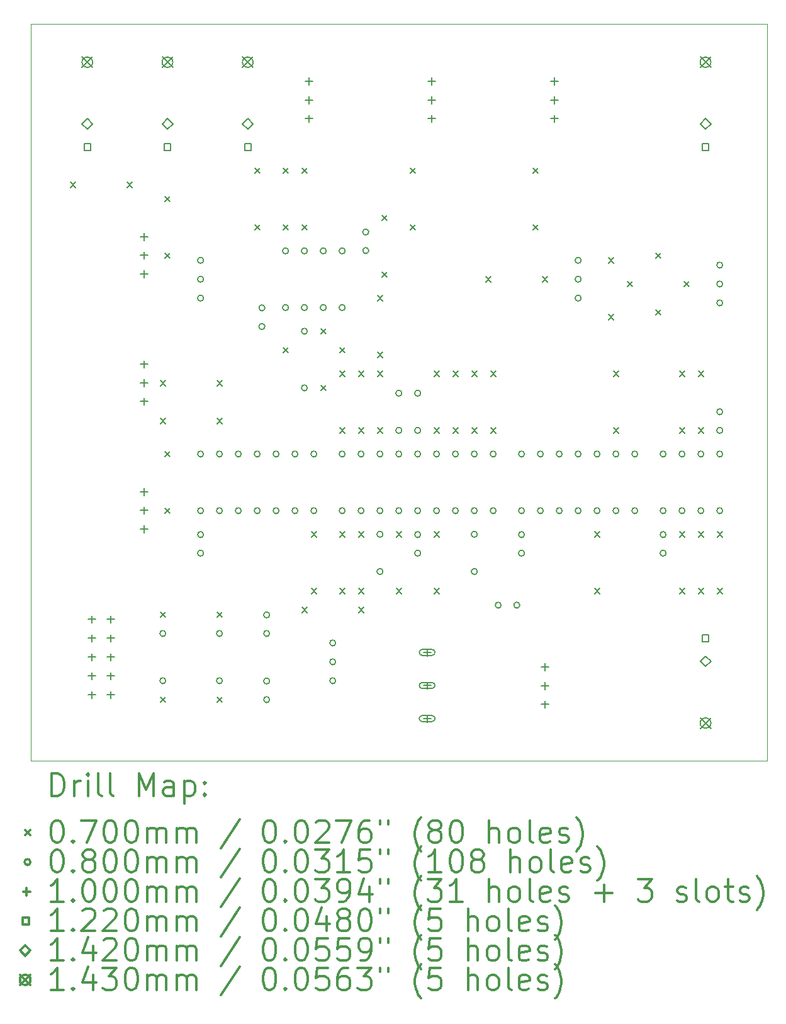
<source format=gbr>
%FSLAX45Y45*%
G04 Gerber Fmt 4.5, Leading zero omitted, Abs format (unit mm)*
G04 Created by KiCad (PCBNEW 5.1.12-1.fc34) date 2022-01-17 20:57:30*
%MOMM*%
%LPD*%
G01*
G04 APERTURE LIST*
%TA.AperFunction,Profile*%
%ADD10C,0.050000*%
%TD*%
%ADD11C,0.200000*%
%ADD12C,0.300000*%
G04 APERTURE END LIST*
D10*
X3810000Y-14351000D02*
X3810000Y-4445000D01*
X13716000Y-14351000D02*
X3810000Y-14351000D01*
X13716000Y-4445000D02*
X13716000Y-14351000D01*
X3810000Y-4445000D02*
X13716000Y-4445000D01*
D11*
X4346500Y-6569000D02*
X4416500Y-6639000D01*
X4416500Y-6569000D02*
X4346500Y-6639000D01*
X5108500Y-6569000D02*
X5178500Y-6639000D01*
X5178500Y-6569000D02*
X5108500Y-6639000D01*
X5553000Y-9236000D02*
X5623000Y-9306000D01*
X5623000Y-9236000D02*
X5553000Y-9306000D01*
X5553000Y-9744000D02*
X5623000Y-9814000D01*
X5623000Y-9744000D02*
X5553000Y-9814000D01*
X5553000Y-12347500D02*
X5623000Y-12417500D01*
X5623000Y-12347500D02*
X5553000Y-12417500D01*
X5553000Y-13490500D02*
X5623000Y-13560500D01*
X5623000Y-13490500D02*
X5553000Y-13560500D01*
X5616500Y-6759500D02*
X5686500Y-6829500D01*
X5686500Y-6759500D02*
X5616500Y-6829500D01*
X5616500Y-7521500D02*
X5686500Y-7591500D01*
X5686500Y-7521500D02*
X5616500Y-7591500D01*
X5616500Y-10188500D02*
X5686500Y-10258500D01*
X5686500Y-10188500D02*
X5616500Y-10258500D01*
X5616500Y-10950500D02*
X5686500Y-11020500D01*
X5686500Y-10950500D02*
X5616500Y-11020500D01*
X6315000Y-9236000D02*
X6385000Y-9306000D01*
X6385000Y-9236000D02*
X6315000Y-9306000D01*
X6315000Y-9744000D02*
X6385000Y-9814000D01*
X6385000Y-9744000D02*
X6315000Y-9814000D01*
X6315000Y-12347500D02*
X6385000Y-12417500D01*
X6385000Y-12347500D02*
X6315000Y-12417500D01*
X6315000Y-13490500D02*
X6385000Y-13560500D01*
X6385000Y-13490500D02*
X6315000Y-13560500D01*
X6823000Y-6378500D02*
X6893000Y-6448500D01*
X6893000Y-6378500D02*
X6823000Y-6448500D01*
X6823000Y-7140500D02*
X6893000Y-7210500D01*
X6893000Y-7140500D02*
X6823000Y-7210500D01*
X7204000Y-6378500D02*
X7274000Y-6448500D01*
X7274000Y-6378500D02*
X7204000Y-6448500D01*
X7204000Y-7140500D02*
X7274000Y-7210500D01*
X7274000Y-7140500D02*
X7204000Y-7210500D01*
X7204000Y-8791500D02*
X7274000Y-8861500D01*
X7274000Y-8791500D02*
X7204000Y-8861500D01*
X7458000Y-6378500D02*
X7528000Y-6448500D01*
X7528000Y-6378500D02*
X7458000Y-6448500D01*
X7458000Y-7140500D02*
X7528000Y-7210500D01*
X7528000Y-7140500D02*
X7458000Y-7210500D01*
X7458000Y-12284000D02*
X7528000Y-12354000D01*
X7528000Y-12284000D02*
X7458000Y-12354000D01*
X7585000Y-11268000D02*
X7655000Y-11338000D01*
X7655000Y-11268000D02*
X7585000Y-11338000D01*
X7585000Y-12030000D02*
X7655000Y-12100000D01*
X7655000Y-12030000D02*
X7585000Y-12100000D01*
X7712000Y-8537500D02*
X7782000Y-8607500D01*
X7782000Y-8537500D02*
X7712000Y-8607500D01*
X7712000Y-9299500D02*
X7782000Y-9369500D01*
X7782000Y-9299500D02*
X7712000Y-9369500D01*
X7966000Y-8791500D02*
X8036000Y-8861500D01*
X8036000Y-8791500D02*
X7966000Y-8861500D01*
X7966000Y-9109000D02*
X8036000Y-9179000D01*
X8036000Y-9109000D02*
X7966000Y-9179000D01*
X7966000Y-9871000D02*
X8036000Y-9941000D01*
X8036000Y-9871000D02*
X7966000Y-9941000D01*
X7966000Y-11268000D02*
X8036000Y-11338000D01*
X8036000Y-11268000D02*
X7966000Y-11338000D01*
X7966000Y-12030000D02*
X8036000Y-12100000D01*
X8036000Y-12030000D02*
X7966000Y-12100000D01*
X8220000Y-9109000D02*
X8290000Y-9179000D01*
X8290000Y-9109000D02*
X8220000Y-9179000D01*
X8220000Y-9871000D02*
X8290000Y-9941000D01*
X8290000Y-9871000D02*
X8220000Y-9941000D01*
X8220000Y-11268000D02*
X8290000Y-11338000D01*
X8290000Y-11268000D02*
X8220000Y-11338000D01*
X8220000Y-12030000D02*
X8290000Y-12100000D01*
X8290000Y-12030000D02*
X8220000Y-12100000D01*
X8220000Y-12284000D02*
X8290000Y-12354000D01*
X8290000Y-12284000D02*
X8220000Y-12354000D01*
X8474000Y-8093000D02*
X8544000Y-8163000D01*
X8544000Y-8093000D02*
X8474000Y-8163000D01*
X8474000Y-8855000D02*
X8544000Y-8925000D01*
X8544000Y-8855000D02*
X8474000Y-8925000D01*
X8474000Y-9109000D02*
X8544000Y-9179000D01*
X8544000Y-9109000D02*
X8474000Y-9179000D01*
X8474000Y-9871000D02*
X8544000Y-9941000D01*
X8544000Y-9871000D02*
X8474000Y-9941000D01*
X8537500Y-7013500D02*
X8607500Y-7083500D01*
X8607500Y-7013500D02*
X8537500Y-7083500D01*
X8537500Y-7775500D02*
X8607500Y-7845500D01*
X8607500Y-7775500D02*
X8537500Y-7845500D01*
X8728000Y-11268000D02*
X8798000Y-11338000D01*
X8798000Y-11268000D02*
X8728000Y-11338000D01*
X8728000Y-12030000D02*
X8798000Y-12100000D01*
X8798000Y-12030000D02*
X8728000Y-12100000D01*
X8918500Y-6378500D02*
X8988500Y-6448500D01*
X8988500Y-6378500D02*
X8918500Y-6448500D01*
X8918500Y-7140500D02*
X8988500Y-7210500D01*
X8988500Y-7140500D02*
X8918500Y-7210500D01*
X9236000Y-9109000D02*
X9306000Y-9179000D01*
X9306000Y-9109000D02*
X9236000Y-9179000D01*
X9236000Y-9871000D02*
X9306000Y-9941000D01*
X9306000Y-9871000D02*
X9236000Y-9941000D01*
X9236000Y-11268000D02*
X9306000Y-11338000D01*
X9306000Y-11268000D02*
X9236000Y-11338000D01*
X9236000Y-12030000D02*
X9306000Y-12100000D01*
X9306000Y-12030000D02*
X9236000Y-12100000D01*
X9490000Y-9109000D02*
X9560000Y-9179000D01*
X9560000Y-9109000D02*
X9490000Y-9179000D01*
X9490000Y-9871000D02*
X9560000Y-9941000D01*
X9560000Y-9871000D02*
X9490000Y-9941000D01*
X9744000Y-9109000D02*
X9814000Y-9179000D01*
X9814000Y-9109000D02*
X9744000Y-9179000D01*
X9744000Y-9871000D02*
X9814000Y-9941000D01*
X9814000Y-9871000D02*
X9744000Y-9941000D01*
X9934500Y-7839000D02*
X10004500Y-7909000D01*
X10004500Y-7839000D02*
X9934500Y-7909000D01*
X9998000Y-9109000D02*
X10068000Y-9179000D01*
X10068000Y-9109000D02*
X9998000Y-9179000D01*
X9998000Y-9871000D02*
X10068000Y-9941000D01*
X10068000Y-9871000D02*
X9998000Y-9941000D01*
X10569500Y-6378500D02*
X10639500Y-6448500D01*
X10639500Y-6378500D02*
X10569500Y-6448500D01*
X10569500Y-7140500D02*
X10639500Y-7210500D01*
X10639500Y-7140500D02*
X10569500Y-7210500D01*
X10696500Y-7839000D02*
X10766500Y-7909000D01*
X10766500Y-7839000D02*
X10696500Y-7909000D01*
X11395000Y-11268000D02*
X11465000Y-11338000D01*
X11465000Y-11268000D02*
X11395000Y-11338000D01*
X11395000Y-12030000D02*
X11465000Y-12100000D01*
X11465000Y-12030000D02*
X11395000Y-12100000D01*
X11585500Y-7585000D02*
X11655500Y-7655000D01*
X11655500Y-7585000D02*
X11585500Y-7655000D01*
X11585500Y-8347000D02*
X11655500Y-8417000D01*
X11655500Y-8347000D02*
X11585500Y-8417000D01*
X11649000Y-9109000D02*
X11719000Y-9179000D01*
X11719000Y-9109000D02*
X11649000Y-9179000D01*
X11649000Y-9871000D02*
X11719000Y-9941000D01*
X11719000Y-9871000D02*
X11649000Y-9941000D01*
X11839500Y-7902500D02*
X11909500Y-7972500D01*
X11909500Y-7902500D02*
X11839500Y-7972500D01*
X12220500Y-7521500D02*
X12290500Y-7591500D01*
X12290500Y-7521500D02*
X12220500Y-7591500D01*
X12220500Y-8283500D02*
X12290500Y-8353500D01*
X12290500Y-8283500D02*
X12220500Y-8353500D01*
X12538000Y-9109000D02*
X12608000Y-9179000D01*
X12608000Y-9109000D02*
X12538000Y-9179000D01*
X12538000Y-9871000D02*
X12608000Y-9941000D01*
X12608000Y-9871000D02*
X12538000Y-9941000D01*
X12538000Y-11268000D02*
X12608000Y-11338000D01*
X12608000Y-11268000D02*
X12538000Y-11338000D01*
X12538000Y-12030000D02*
X12608000Y-12100000D01*
X12608000Y-12030000D02*
X12538000Y-12100000D01*
X12601500Y-7902500D02*
X12671500Y-7972500D01*
X12671500Y-7902500D02*
X12601500Y-7972500D01*
X12792000Y-9109000D02*
X12862000Y-9179000D01*
X12862000Y-9109000D02*
X12792000Y-9179000D01*
X12792000Y-9871000D02*
X12862000Y-9941000D01*
X12862000Y-9871000D02*
X12792000Y-9941000D01*
X12792000Y-11268000D02*
X12862000Y-11338000D01*
X12862000Y-11268000D02*
X12792000Y-11338000D01*
X12792000Y-12030000D02*
X12862000Y-12100000D01*
X12862000Y-12030000D02*
X12792000Y-12100000D01*
X13046000Y-11268000D02*
X13116000Y-11338000D01*
X13116000Y-11268000D02*
X13046000Y-11338000D01*
X13046000Y-12030000D02*
X13116000Y-12100000D01*
X13116000Y-12030000D02*
X13046000Y-12100000D01*
X5628000Y-12636500D02*
G75*
G03*
X5628000Y-12636500I-40000J0D01*
G01*
X5628000Y-13271500D02*
G75*
G03*
X5628000Y-13271500I-40000J0D01*
G01*
X6136000Y-7620000D02*
G75*
G03*
X6136000Y-7620000I-40000J0D01*
G01*
X6136000Y-7874000D02*
G75*
G03*
X6136000Y-7874000I-40000J0D01*
G01*
X6136000Y-8128000D02*
G75*
G03*
X6136000Y-8128000I-40000J0D01*
G01*
X6136000Y-10223500D02*
G75*
G03*
X6136000Y-10223500I-40000J0D01*
G01*
X6136000Y-10985500D02*
G75*
G03*
X6136000Y-10985500I-40000J0D01*
G01*
X6136000Y-11307000D02*
G75*
G03*
X6136000Y-11307000I-40000J0D01*
G01*
X6136000Y-11557000D02*
G75*
G03*
X6136000Y-11557000I-40000J0D01*
G01*
X6390000Y-10223500D02*
G75*
G03*
X6390000Y-10223500I-40000J0D01*
G01*
X6390000Y-10985500D02*
G75*
G03*
X6390000Y-10985500I-40000J0D01*
G01*
X6390000Y-12636500D02*
G75*
G03*
X6390000Y-12636500I-40000J0D01*
G01*
X6390000Y-13271500D02*
G75*
G03*
X6390000Y-13271500I-40000J0D01*
G01*
X6644000Y-10223500D02*
G75*
G03*
X6644000Y-10223500I-40000J0D01*
G01*
X6644000Y-10985500D02*
G75*
G03*
X6644000Y-10985500I-40000J0D01*
G01*
X6898000Y-10223500D02*
G75*
G03*
X6898000Y-10223500I-40000J0D01*
G01*
X6898000Y-10985500D02*
G75*
G03*
X6898000Y-10985500I-40000J0D01*
G01*
X6961500Y-8259000D02*
G75*
G03*
X6961500Y-8259000I-40000J0D01*
G01*
X6961500Y-8509000D02*
G75*
G03*
X6961500Y-8509000I-40000J0D01*
G01*
X7025000Y-12386500D02*
G75*
G03*
X7025000Y-12386500I-40000J0D01*
G01*
X7025000Y-12636500D02*
G75*
G03*
X7025000Y-12636500I-40000J0D01*
G01*
X7025000Y-13275500D02*
G75*
G03*
X7025000Y-13275500I-40000J0D01*
G01*
X7025000Y-13525500D02*
G75*
G03*
X7025000Y-13525500I-40000J0D01*
G01*
X7152000Y-10223500D02*
G75*
G03*
X7152000Y-10223500I-40000J0D01*
G01*
X7152000Y-10985500D02*
G75*
G03*
X7152000Y-10985500I-40000J0D01*
G01*
X7279000Y-7493000D02*
G75*
G03*
X7279000Y-7493000I-40000J0D01*
G01*
X7279000Y-8255000D02*
G75*
G03*
X7279000Y-8255000I-40000J0D01*
G01*
X7406000Y-10223500D02*
G75*
G03*
X7406000Y-10223500I-40000J0D01*
G01*
X7406000Y-10985500D02*
G75*
G03*
X7406000Y-10985500I-40000J0D01*
G01*
X7533000Y-7493000D02*
G75*
G03*
X7533000Y-7493000I-40000J0D01*
G01*
X7533000Y-8255000D02*
G75*
G03*
X7533000Y-8255000I-40000J0D01*
G01*
X7533000Y-8572500D02*
G75*
G03*
X7533000Y-8572500I-40000J0D01*
G01*
X7533000Y-9334500D02*
G75*
G03*
X7533000Y-9334500I-40000J0D01*
G01*
X7660000Y-10223500D02*
G75*
G03*
X7660000Y-10223500I-40000J0D01*
G01*
X7660000Y-10985500D02*
G75*
G03*
X7660000Y-10985500I-40000J0D01*
G01*
X7787000Y-7493000D02*
G75*
G03*
X7787000Y-7493000I-40000J0D01*
G01*
X7787000Y-8255000D02*
G75*
G03*
X7787000Y-8255000I-40000J0D01*
G01*
X7914000Y-12763500D02*
G75*
G03*
X7914000Y-12763500I-40000J0D01*
G01*
X7914000Y-13017500D02*
G75*
G03*
X7914000Y-13017500I-40000J0D01*
G01*
X7914000Y-13271500D02*
G75*
G03*
X7914000Y-13271500I-40000J0D01*
G01*
X8041000Y-7493000D02*
G75*
G03*
X8041000Y-7493000I-40000J0D01*
G01*
X8041000Y-8255000D02*
G75*
G03*
X8041000Y-8255000I-40000J0D01*
G01*
X8041000Y-10223500D02*
G75*
G03*
X8041000Y-10223500I-40000J0D01*
G01*
X8041000Y-10985500D02*
G75*
G03*
X8041000Y-10985500I-40000J0D01*
G01*
X8295000Y-10223500D02*
G75*
G03*
X8295000Y-10223500I-40000J0D01*
G01*
X8295000Y-10985500D02*
G75*
G03*
X8295000Y-10985500I-40000J0D01*
G01*
X8358500Y-7239000D02*
G75*
G03*
X8358500Y-7239000I-40000J0D01*
G01*
X8358500Y-7489000D02*
G75*
G03*
X8358500Y-7489000I-40000J0D01*
G01*
X8549000Y-10223500D02*
G75*
G03*
X8549000Y-10223500I-40000J0D01*
G01*
X8549000Y-10985500D02*
G75*
G03*
X8549000Y-10985500I-40000J0D01*
G01*
X8549000Y-11303000D02*
G75*
G03*
X8549000Y-11303000I-40000J0D01*
G01*
X8549000Y-11803000D02*
G75*
G03*
X8549000Y-11803000I-40000J0D01*
G01*
X8803000Y-9406000D02*
G75*
G03*
X8803000Y-9406000I-40000J0D01*
G01*
X8803000Y-9906000D02*
G75*
G03*
X8803000Y-9906000I-40000J0D01*
G01*
X8803000Y-10223500D02*
G75*
G03*
X8803000Y-10223500I-40000J0D01*
G01*
X8803000Y-10985500D02*
G75*
G03*
X8803000Y-10985500I-40000J0D01*
G01*
X9057000Y-9406000D02*
G75*
G03*
X9057000Y-9406000I-40000J0D01*
G01*
X9057000Y-9906000D02*
G75*
G03*
X9057000Y-9906000I-40000J0D01*
G01*
X9057000Y-10223500D02*
G75*
G03*
X9057000Y-10223500I-40000J0D01*
G01*
X9057000Y-10985500D02*
G75*
G03*
X9057000Y-10985500I-40000J0D01*
G01*
X9057000Y-11307000D02*
G75*
G03*
X9057000Y-11307000I-40000J0D01*
G01*
X9057000Y-11557000D02*
G75*
G03*
X9057000Y-11557000I-40000J0D01*
G01*
X9311000Y-10223500D02*
G75*
G03*
X9311000Y-10223500I-40000J0D01*
G01*
X9311000Y-10985500D02*
G75*
G03*
X9311000Y-10985500I-40000J0D01*
G01*
X9565000Y-10223500D02*
G75*
G03*
X9565000Y-10223500I-40000J0D01*
G01*
X9565000Y-10985500D02*
G75*
G03*
X9565000Y-10985500I-40000J0D01*
G01*
X9819000Y-10223500D02*
G75*
G03*
X9819000Y-10223500I-40000J0D01*
G01*
X9819000Y-10985500D02*
G75*
G03*
X9819000Y-10985500I-40000J0D01*
G01*
X9819000Y-11303000D02*
G75*
G03*
X9819000Y-11303000I-40000J0D01*
G01*
X9819000Y-11803000D02*
G75*
G03*
X9819000Y-11803000I-40000J0D01*
G01*
X10073000Y-10223500D02*
G75*
G03*
X10073000Y-10223500I-40000J0D01*
G01*
X10073000Y-10985500D02*
G75*
G03*
X10073000Y-10985500I-40000J0D01*
G01*
X10140500Y-12255500D02*
G75*
G03*
X10140500Y-12255500I-40000J0D01*
G01*
X10390500Y-12255500D02*
G75*
G03*
X10390500Y-12255500I-40000J0D01*
G01*
X10454000Y-10223500D02*
G75*
G03*
X10454000Y-10223500I-40000J0D01*
G01*
X10454000Y-10985500D02*
G75*
G03*
X10454000Y-10985500I-40000J0D01*
G01*
X10454000Y-11307000D02*
G75*
G03*
X10454000Y-11307000I-40000J0D01*
G01*
X10454000Y-11557000D02*
G75*
G03*
X10454000Y-11557000I-40000J0D01*
G01*
X10708000Y-10223500D02*
G75*
G03*
X10708000Y-10223500I-40000J0D01*
G01*
X10708000Y-10985500D02*
G75*
G03*
X10708000Y-10985500I-40000J0D01*
G01*
X10962000Y-10223500D02*
G75*
G03*
X10962000Y-10223500I-40000J0D01*
G01*
X10962000Y-10985500D02*
G75*
G03*
X10962000Y-10985500I-40000J0D01*
G01*
X11216000Y-7620000D02*
G75*
G03*
X11216000Y-7620000I-40000J0D01*
G01*
X11216000Y-7874000D02*
G75*
G03*
X11216000Y-7874000I-40000J0D01*
G01*
X11216000Y-8128000D02*
G75*
G03*
X11216000Y-8128000I-40000J0D01*
G01*
X11216000Y-10223500D02*
G75*
G03*
X11216000Y-10223500I-40000J0D01*
G01*
X11216000Y-10985500D02*
G75*
G03*
X11216000Y-10985500I-40000J0D01*
G01*
X11470000Y-10223500D02*
G75*
G03*
X11470000Y-10223500I-40000J0D01*
G01*
X11470000Y-10985500D02*
G75*
G03*
X11470000Y-10985500I-40000J0D01*
G01*
X11724000Y-10223500D02*
G75*
G03*
X11724000Y-10223500I-40000J0D01*
G01*
X11724000Y-10985500D02*
G75*
G03*
X11724000Y-10985500I-40000J0D01*
G01*
X11978000Y-10223500D02*
G75*
G03*
X11978000Y-10223500I-40000J0D01*
G01*
X11978000Y-10985500D02*
G75*
G03*
X11978000Y-10985500I-40000J0D01*
G01*
X12359000Y-10223500D02*
G75*
G03*
X12359000Y-10223500I-40000J0D01*
G01*
X12359000Y-10985500D02*
G75*
G03*
X12359000Y-10985500I-40000J0D01*
G01*
X12359000Y-11307000D02*
G75*
G03*
X12359000Y-11307000I-40000J0D01*
G01*
X12359000Y-11557000D02*
G75*
G03*
X12359000Y-11557000I-40000J0D01*
G01*
X12613000Y-10223500D02*
G75*
G03*
X12613000Y-10223500I-40000J0D01*
G01*
X12613000Y-10985500D02*
G75*
G03*
X12613000Y-10985500I-40000J0D01*
G01*
X12867000Y-10223500D02*
G75*
G03*
X12867000Y-10223500I-40000J0D01*
G01*
X12867000Y-10985500D02*
G75*
G03*
X12867000Y-10985500I-40000J0D01*
G01*
X13121000Y-7683500D02*
G75*
G03*
X13121000Y-7683500I-40000J0D01*
G01*
X13121000Y-7937500D02*
G75*
G03*
X13121000Y-7937500I-40000J0D01*
G01*
X13121000Y-8191500D02*
G75*
G03*
X13121000Y-8191500I-40000J0D01*
G01*
X13121000Y-9656000D02*
G75*
G03*
X13121000Y-9656000I-40000J0D01*
G01*
X13121000Y-9906000D02*
G75*
G03*
X13121000Y-9906000I-40000J0D01*
G01*
X13121000Y-10223500D02*
G75*
G03*
X13121000Y-10223500I-40000J0D01*
G01*
X13121000Y-10985500D02*
G75*
G03*
X13121000Y-10985500I-40000J0D01*
G01*
X4635500Y-12396000D02*
X4635500Y-12496000D01*
X4585500Y-12446000D02*
X4685500Y-12446000D01*
X4635500Y-12650000D02*
X4635500Y-12750000D01*
X4585500Y-12700000D02*
X4685500Y-12700000D01*
X4635500Y-12904000D02*
X4635500Y-13004000D01*
X4585500Y-12954000D02*
X4685500Y-12954000D01*
X4635500Y-13158000D02*
X4635500Y-13258000D01*
X4585500Y-13208000D02*
X4685500Y-13208000D01*
X4635500Y-13412000D02*
X4635500Y-13512000D01*
X4585500Y-13462000D02*
X4685500Y-13462000D01*
X4889500Y-12396000D02*
X4889500Y-12496000D01*
X4839500Y-12446000D02*
X4939500Y-12446000D01*
X4889500Y-12650000D02*
X4889500Y-12750000D01*
X4839500Y-12700000D02*
X4939500Y-12700000D01*
X4889500Y-12904000D02*
X4889500Y-13004000D01*
X4839500Y-12954000D02*
X4939500Y-12954000D01*
X4889500Y-13158000D02*
X4889500Y-13258000D01*
X4839500Y-13208000D02*
X4939500Y-13208000D01*
X4889500Y-13412000D02*
X4889500Y-13512000D01*
X4839500Y-13462000D02*
X4939500Y-13462000D01*
X5334000Y-7252500D02*
X5334000Y-7352500D01*
X5284000Y-7302500D02*
X5384000Y-7302500D01*
X5334000Y-7502500D02*
X5334000Y-7602500D01*
X5284000Y-7552500D02*
X5384000Y-7552500D01*
X5334000Y-7752500D02*
X5334000Y-7852500D01*
X5284000Y-7802500D02*
X5384000Y-7802500D01*
X5334000Y-8967000D02*
X5334000Y-9067000D01*
X5284000Y-9017000D02*
X5384000Y-9017000D01*
X5334000Y-9217000D02*
X5334000Y-9317000D01*
X5284000Y-9267000D02*
X5384000Y-9267000D01*
X5334000Y-9467000D02*
X5334000Y-9567000D01*
X5284000Y-9517000D02*
X5384000Y-9517000D01*
X5334000Y-10681500D02*
X5334000Y-10781500D01*
X5284000Y-10731500D02*
X5384000Y-10731500D01*
X5334000Y-10931500D02*
X5334000Y-11031500D01*
X5284000Y-10981500D02*
X5384000Y-10981500D01*
X5334000Y-11181500D02*
X5334000Y-11281500D01*
X5284000Y-11231500D02*
X5384000Y-11231500D01*
X7556500Y-5165000D02*
X7556500Y-5265000D01*
X7506500Y-5215000D02*
X7606500Y-5215000D01*
X7556500Y-5415000D02*
X7556500Y-5515000D01*
X7506500Y-5465000D02*
X7606500Y-5465000D01*
X7556500Y-5665000D02*
X7556500Y-5765000D01*
X7506500Y-5715000D02*
X7606500Y-5715000D01*
X9144000Y-12840000D02*
X9144000Y-12940000D01*
X9094000Y-12890000D02*
X9194000Y-12890000D01*
X9079000Y-12930000D02*
X9209000Y-12930000D01*
X9079000Y-12850000D02*
X9209000Y-12850000D01*
X9209000Y-12930000D02*
G75*
G03*
X9209000Y-12850000I0J40000D01*
G01*
X9079000Y-12850000D02*
G75*
G03*
X9079000Y-12930000I0J-40000D01*
G01*
X9144000Y-13285000D02*
X9144000Y-13385000D01*
X9094000Y-13335000D02*
X9194000Y-13335000D01*
X9079000Y-13375000D02*
X9209000Y-13375000D01*
X9079000Y-13295000D02*
X9209000Y-13295000D01*
X9209000Y-13375000D02*
G75*
G03*
X9209000Y-13295000I0J40000D01*
G01*
X9079000Y-13295000D02*
G75*
G03*
X9079000Y-13375000I0J-40000D01*
G01*
X9144000Y-13730000D02*
X9144000Y-13830000D01*
X9094000Y-13780000D02*
X9194000Y-13780000D01*
X9079000Y-13820000D02*
X9209000Y-13820000D01*
X9079000Y-13740000D02*
X9209000Y-13740000D01*
X9209000Y-13820000D02*
G75*
G03*
X9209000Y-13740000I0J40000D01*
G01*
X9079000Y-13740000D02*
G75*
G03*
X9079000Y-13820000I0J-40000D01*
G01*
X9207500Y-5165000D02*
X9207500Y-5265000D01*
X9157500Y-5215000D02*
X9257500Y-5215000D01*
X9207500Y-5415000D02*
X9207500Y-5515000D01*
X9157500Y-5465000D02*
X9257500Y-5465000D01*
X9207500Y-5665000D02*
X9207500Y-5765000D01*
X9157500Y-5715000D02*
X9257500Y-5715000D01*
X10731500Y-13039000D02*
X10731500Y-13139000D01*
X10681500Y-13089000D02*
X10781500Y-13089000D01*
X10731500Y-13289000D02*
X10731500Y-13389000D01*
X10681500Y-13339000D02*
X10781500Y-13339000D01*
X10731500Y-13539000D02*
X10731500Y-13639000D01*
X10681500Y-13589000D02*
X10781500Y-13589000D01*
X10858500Y-5165000D02*
X10858500Y-5265000D01*
X10808500Y-5215000D02*
X10908500Y-5215000D01*
X10858500Y-5415000D02*
X10858500Y-5515000D01*
X10808500Y-5465000D02*
X10908500Y-5465000D01*
X10858500Y-5665000D02*
X10858500Y-5765000D01*
X10808500Y-5715000D02*
X10908500Y-5715000D01*
X4615134Y-6139134D02*
X4615134Y-6052866D01*
X4528866Y-6052866D01*
X4528866Y-6139134D01*
X4615134Y-6139134D01*
X5694634Y-6139134D02*
X5694634Y-6052866D01*
X5608366Y-6052866D01*
X5608366Y-6139134D01*
X5694634Y-6139134D01*
X6774134Y-6139134D02*
X6774134Y-6052866D01*
X6687866Y-6052866D01*
X6687866Y-6139134D01*
X6774134Y-6139134D01*
X12933634Y-6139134D02*
X12933634Y-6052866D01*
X12847366Y-6052866D01*
X12847366Y-6139134D01*
X12933634Y-6139134D01*
X12933634Y-12743134D02*
X12933634Y-12656866D01*
X12847366Y-12656866D01*
X12847366Y-12743134D01*
X12933634Y-12743134D01*
X4572000Y-5857000D02*
X4643000Y-5786000D01*
X4572000Y-5715000D01*
X4501000Y-5786000D01*
X4572000Y-5857000D01*
X5651500Y-5857000D02*
X5722500Y-5786000D01*
X5651500Y-5715000D01*
X5580500Y-5786000D01*
X5651500Y-5857000D01*
X6731000Y-5857000D02*
X6802000Y-5786000D01*
X6731000Y-5715000D01*
X6660000Y-5786000D01*
X6731000Y-5857000D01*
X12890500Y-5857000D02*
X12961500Y-5786000D01*
X12890500Y-5715000D01*
X12819500Y-5786000D01*
X12890500Y-5857000D01*
X12890500Y-13081000D02*
X12961500Y-13010000D01*
X12890500Y-12939000D01*
X12819500Y-13010000D01*
X12890500Y-13081000D01*
X4500500Y-4884500D02*
X4643500Y-5027500D01*
X4643500Y-4884500D02*
X4500500Y-5027500D01*
X4643500Y-4956000D02*
G75*
G03*
X4643500Y-4956000I-71500J0D01*
G01*
X5580000Y-4884500D02*
X5723000Y-5027500D01*
X5723000Y-4884500D02*
X5580000Y-5027500D01*
X5723000Y-4956000D02*
G75*
G03*
X5723000Y-4956000I-71500J0D01*
G01*
X6659500Y-4884500D02*
X6802500Y-5027500D01*
X6802500Y-4884500D02*
X6659500Y-5027500D01*
X6802500Y-4956000D02*
G75*
G03*
X6802500Y-4956000I-71500J0D01*
G01*
X12819000Y-4884500D02*
X12962000Y-5027500D01*
X12962000Y-4884500D02*
X12819000Y-5027500D01*
X12962000Y-4956000D02*
G75*
G03*
X12962000Y-4956000I-71500J0D01*
G01*
X12819000Y-13768500D02*
X12962000Y-13911500D01*
X12962000Y-13768500D02*
X12819000Y-13911500D01*
X12962000Y-13840000D02*
G75*
G03*
X12962000Y-13840000I-71500J0D01*
G01*
D12*
X4093928Y-14819214D02*
X4093928Y-14519214D01*
X4165357Y-14519214D01*
X4208214Y-14533500D01*
X4236786Y-14562071D01*
X4251071Y-14590643D01*
X4265357Y-14647786D01*
X4265357Y-14690643D01*
X4251071Y-14747786D01*
X4236786Y-14776357D01*
X4208214Y-14804929D01*
X4165357Y-14819214D01*
X4093928Y-14819214D01*
X4393928Y-14819214D02*
X4393928Y-14619214D01*
X4393928Y-14676357D02*
X4408214Y-14647786D01*
X4422500Y-14633500D01*
X4451071Y-14619214D01*
X4479643Y-14619214D01*
X4579643Y-14819214D02*
X4579643Y-14619214D01*
X4579643Y-14519214D02*
X4565357Y-14533500D01*
X4579643Y-14547786D01*
X4593928Y-14533500D01*
X4579643Y-14519214D01*
X4579643Y-14547786D01*
X4765357Y-14819214D02*
X4736786Y-14804929D01*
X4722500Y-14776357D01*
X4722500Y-14519214D01*
X4922500Y-14819214D02*
X4893928Y-14804929D01*
X4879643Y-14776357D01*
X4879643Y-14519214D01*
X5265357Y-14819214D02*
X5265357Y-14519214D01*
X5365357Y-14733500D01*
X5465357Y-14519214D01*
X5465357Y-14819214D01*
X5736786Y-14819214D02*
X5736786Y-14662071D01*
X5722500Y-14633500D01*
X5693928Y-14619214D01*
X5636786Y-14619214D01*
X5608214Y-14633500D01*
X5736786Y-14804929D02*
X5708214Y-14819214D01*
X5636786Y-14819214D01*
X5608214Y-14804929D01*
X5593928Y-14776357D01*
X5593928Y-14747786D01*
X5608214Y-14719214D01*
X5636786Y-14704929D01*
X5708214Y-14704929D01*
X5736786Y-14690643D01*
X5879643Y-14619214D02*
X5879643Y-14919214D01*
X5879643Y-14633500D02*
X5908214Y-14619214D01*
X5965357Y-14619214D01*
X5993928Y-14633500D01*
X6008214Y-14647786D01*
X6022500Y-14676357D01*
X6022500Y-14762071D01*
X6008214Y-14790643D01*
X5993928Y-14804929D01*
X5965357Y-14819214D01*
X5908214Y-14819214D01*
X5879643Y-14804929D01*
X6151071Y-14790643D02*
X6165357Y-14804929D01*
X6151071Y-14819214D01*
X6136786Y-14804929D01*
X6151071Y-14790643D01*
X6151071Y-14819214D01*
X6151071Y-14633500D02*
X6165357Y-14647786D01*
X6151071Y-14662071D01*
X6136786Y-14647786D01*
X6151071Y-14633500D01*
X6151071Y-14662071D01*
X3737500Y-15278500D02*
X3807500Y-15348500D01*
X3807500Y-15278500D02*
X3737500Y-15348500D01*
X4151071Y-15149214D02*
X4179643Y-15149214D01*
X4208214Y-15163500D01*
X4222500Y-15177786D01*
X4236786Y-15206357D01*
X4251071Y-15263500D01*
X4251071Y-15334929D01*
X4236786Y-15392071D01*
X4222500Y-15420643D01*
X4208214Y-15434929D01*
X4179643Y-15449214D01*
X4151071Y-15449214D01*
X4122500Y-15434929D01*
X4108214Y-15420643D01*
X4093928Y-15392071D01*
X4079643Y-15334929D01*
X4079643Y-15263500D01*
X4093928Y-15206357D01*
X4108214Y-15177786D01*
X4122500Y-15163500D01*
X4151071Y-15149214D01*
X4379643Y-15420643D02*
X4393928Y-15434929D01*
X4379643Y-15449214D01*
X4365357Y-15434929D01*
X4379643Y-15420643D01*
X4379643Y-15449214D01*
X4493928Y-15149214D02*
X4693928Y-15149214D01*
X4565357Y-15449214D01*
X4865357Y-15149214D02*
X4893928Y-15149214D01*
X4922500Y-15163500D01*
X4936786Y-15177786D01*
X4951071Y-15206357D01*
X4965357Y-15263500D01*
X4965357Y-15334929D01*
X4951071Y-15392071D01*
X4936786Y-15420643D01*
X4922500Y-15434929D01*
X4893928Y-15449214D01*
X4865357Y-15449214D01*
X4836786Y-15434929D01*
X4822500Y-15420643D01*
X4808214Y-15392071D01*
X4793928Y-15334929D01*
X4793928Y-15263500D01*
X4808214Y-15206357D01*
X4822500Y-15177786D01*
X4836786Y-15163500D01*
X4865357Y-15149214D01*
X5151071Y-15149214D02*
X5179643Y-15149214D01*
X5208214Y-15163500D01*
X5222500Y-15177786D01*
X5236786Y-15206357D01*
X5251071Y-15263500D01*
X5251071Y-15334929D01*
X5236786Y-15392071D01*
X5222500Y-15420643D01*
X5208214Y-15434929D01*
X5179643Y-15449214D01*
X5151071Y-15449214D01*
X5122500Y-15434929D01*
X5108214Y-15420643D01*
X5093928Y-15392071D01*
X5079643Y-15334929D01*
X5079643Y-15263500D01*
X5093928Y-15206357D01*
X5108214Y-15177786D01*
X5122500Y-15163500D01*
X5151071Y-15149214D01*
X5379643Y-15449214D02*
X5379643Y-15249214D01*
X5379643Y-15277786D02*
X5393928Y-15263500D01*
X5422500Y-15249214D01*
X5465357Y-15249214D01*
X5493928Y-15263500D01*
X5508214Y-15292071D01*
X5508214Y-15449214D01*
X5508214Y-15292071D02*
X5522500Y-15263500D01*
X5551071Y-15249214D01*
X5593928Y-15249214D01*
X5622500Y-15263500D01*
X5636786Y-15292071D01*
X5636786Y-15449214D01*
X5779643Y-15449214D02*
X5779643Y-15249214D01*
X5779643Y-15277786D02*
X5793928Y-15263500D01*
X5822500Y-15249214D01*
X5865357Y-15249214D01*
X5893928Y-15263500D01*
X5908214Y-15292071D01*
X5908214Y-15449214D01*
X5908214Y-15292071D02*
X5922500Y-15263500D01*
X5951071Y-15249214D01*
X5993928Y-15249214D01*
X6022500Y-15263500D01*
X6036786Y-15292071D01*
X6036786Y-15449214D01*
X6622500Y-15134929D02*
X6365357Y-15520643D01*
X7008214Y-15149214D02*
X7036786Y-15149214D01*
X7065357Y-15163500D01*
X7079643Y-15177786D01*
X7093928Y-15206357D01*
X7108214Y-15263500D01*
X7108214Y-15334929D01*
X7093928Y-15392071D01*
X7079643Y-15420643D01*
X7065357Y-15434929D01*
X7036786Y-15449214D01*
X7008214Y-15449214D01*
X6979643Y-15434929D01*
X6965357Y-15420643D01*
X6951071Y-15392071D01*
X6936786Y-15334929D01*
X6936786Y-15263500D01*
X6951071Y-15206357D01*
X6965357Y-15177786D01*
X6979643Y-15163500D01*
X7008214Y-15149214D01*
X7236786Y-15420643D02*
X7251071Y-15434929D01*
X7236786Y-15449214D01*
X7222500Y-15434929D01*
X7236786Y-15420643D01*
X7236786Y-15449214D01*
X7436786Y-15149214D02*
X7465357Y-15149214D01*
X7493928Y-15163500D01*
X7508214Y-15177786D01*
X7522500Y-15206357D01*
X7536786Y-15263500D01*
X7536786Y-15334929D01*
X7522500Y-15392071D01*
X7508214Y-15420643D01*
X7493928Y-15434929D01*
X7465357Y-15449214D01*
X7436786Y-15449214D01*
X7408214Y-15434929D01*
X7393928Y-15420643D01*
X7379643Y-15392071D01*
X7365357Y-15334929D01*
X7365357Y-15263500D01*
X7379643Y-15206357D01*
X7393928Y-15177786D01*
X7408214Y-15163500D01*
X7436786Y-15149214D01*
X7651071Y-15177786D02*
X7665357Y-15163500D01*
X7693928Y-15149214D01*
X7765357Y-15149214D01*
X7793928Y-15163500D01*
X7808214Y-15177786D01*
X7822500Y-15206357D01*
X7822500Y-15234929D01*
X7808214Y-15277786D01*
X7636786Y-15449214D01*
X7822500Y-15449214D01*
X7922500Y-15149214D02*
X8122500Y-15149214D01*
X7993928Y-15449214D01*
X8365357Y-15149214D02*
X8308214Y-15149214D01*
X8279643Y-15163500D01*
X8265357Y-15177786D01*
X8236786Y-15220643D01*
X8222500Y-15277786D01*
X8222500Y-15392071D01*
X8236786Y-15420643D01*
X8251071Y-15434929D01*
X8279643Y-15449214D01*
X8336786Y-15449214D01*
X8365357Y-15434929D01*
X8379643Y-15420643D01*
X8393928Y-15392071D01*
X8393928Y-15320643D01*
X8379643Y-15292071D01*
X8365357Y-15277786D01*
X8336786Y-15263500D01*
X8279643Y-15263500D01*
X8251071Y-15277786D01*
X8236786Y-15292071D01*
X8222500Y-15320643D01*
X8508214Y-15149214D02*
X8508214Y-15206357D01*
X8622500Y-15149214D02*
X8622500Y-15206357D01*
X9065357Y-15563500D02*
X9051071Y-15549214D01*
X9022500Y-15506357D01*
X9008214Y-15477786D01*
X8993928Y-15434929D01*
X8979643Y-15363500D01*
X8979643Y-15306357D01*
X8993928Y-15234929D01*
X9008214Y-15192071D01*
X9022500Y-15163500D01*
X9051071Y-15120643D01*
X9065357Y-15106357D01*
X9222500Y-15277786D02*
X9193928Y-15263500D01*
X9179643Y-15249214D01*
X9165357Y-15220643D01*
X9165357Y-15206357D01*
X9179643Y-15177786D01*
X9193928Y-15163500D01*
X9222500Y-15149214D01*
X9279643Y-15149214D01*
X9308214Y-15163500D01*
X9322500Y-15177786D01*
X9336786Y-15206357D01*
X9336786Y-15220643D01*
X9322500Y-15249214D01*
X9308214Y-15263500D01*
X9279643Y-15277786D01*
X9222500Y-15277786D01*
X9193928Y-15292071D01*
X9179643Y-15306357D01*
X9165357Y-15334929D01*
X9165357Y-15392071D01*
X9179643Y-15420643D01*
X9193928Y-15434929D01*
X9222500Y-15449214D01*
X9279643Y-15449214D01*
X9308214Y-15434929D01*
X9322500Y-15420643D01*
X9336786Y-15392071D01*
X9336786Y-15334929D01*
X9322500Y-15306357D01*
X9308214Y-15292071D01*
X9279643Y-15277786D01*
X9522500Y-15149214D02*
X9551071Y-15149214D01*
X9579643Y-15163500D01*
X9593928Y-15177786D01*
X9608214Y-15206357D01*
X9622500Y-15263500D01*
X9622500Y-15334929D01*
X9608214Y-15392071D01*
X9593928Y-15420643D01*
X9579643Y-15434929D01*
X9551071Y-15449214D01*
X9522500Y-15449214D01*
X9493928Y-15434929D01*
X9479643Y-15420643D01*
X9465357Y-15392071D01*
X9451071Y-15334929D01*
X9451071Y-15263500D01*
X9465357Y-15206357D01*
X9479643Y-15177786D01*
X9493928Y-15163500D01*
X9522500Y-15149214D01*
X9979643Y-15449214D02*
X9979643Y-15149214D01*
X10108214Y-15449214D02*
X10108214Y-15292071D01*
X10093928Y-15263500D01*
X10065357Y-15249214D01*
X10022500Y-15249214D01*
X9993928Y-15263500D01*
X9979643Y-15277786D01*
X10293928Y-15449214D02*
X10265357Y-15434929D01*
X10251071Y-15420643D01*
X10236786Y-15392071D01*
X10236786Y-15306357D01*
X10251071Y-15277786D01*
X10265357Y-15263500D01*
X10293928Y-15249214D01*
X10336786Y-15249214D01*
X10365357Y-15263500D01*
X10379643Y-15277786D01*
X10393928Y-15306357D01*
X10393928Y-15392071D01*
X10379643Y-15420643D01*
X10365357Y-15434929D01*
X10336786Y-15449214D01*
X10293928Y-15449214D01*
X10565357Y-15449214D02*
X10536786Y-15434929D01*
X10522500Y-15406357D01*
X10522500Y-15149214D01*
X10793928Y-15434929D02*
X10765357Y-15449214D01*
X10708214Y-15449214D01*
X10679643Y-15434929D01*
X10665357Y-15406357D01*
X10665357Y-15292071D01*
X10679643Y-15263500D01*
X10708214Y-15249214D01*
X10765357Y-15249214D01*
X10793928Y-15263500D01*
X10808214Y-15292071D01*
X10808214Y-15320643D01*
X10665357Y-15349214D01*
X10922500Y-15434929D02*
X10951071Y-15449214D01*
X11008214Y-15449214D01*
X11036786Y-15434929D01*
X11051071Y-15406357D01*
X11051071Y-15392071D01*
X11036786Y-15363500D01*
X11008214Y-15349214D01*
X10965357Y-15349214D01*
X10936786Y-15334929D01*
X10922500Y-15306357D01*
X10922500Y-15292071D01*
X10936786Y-15263500D01*
X10965357Y-15249214D01*
X11008214Y-15249214D01*
X11036786Y-15263500D01*
X11151071Y-15563500D02*
X11165357Y-15549214D01*
X11193928Y-15506357D01*
X11208214Y-15477786D01*
X11222500Y-15434929D01*
X11236786Y-15363500D01*
X11236786Y-15306357D01*
X11222500Y-15234929D01*
X11208214Y-15192071D01*
X11193928Y-15163500D01*
X11165357Y-15120643D01*
X11151071Y-15106357D01*
X3807500Y-15709500D02*
G75*
G03*
X3807500Y-15709500I-40000J0D01*
G01*
X4151071Y-15545214D02*
X4179643Y-15545214D01*
X4208214Y-15559500D01*
X4222500Y-15573786D01*
X4236786Y-15602357D01*
X4251071Y-15659500D01*
X4251071Y-15730929D01*
X4236786Y-15788071D01*
X4222500Y-15816643D01*
X4208214Y-15830929D01*
X4179643Y-15845214D01*
X4151071Y-15845214D01*
X4122500Y-15830929D01*
X4108214Y-15816643D01*
X4093928Y-15788071D01*
X4079643Y-15730929D01*
X4079643Y-15659500D01*
X4093928Y-15602357D01*
X4108214Y-15573786D01*
X4122500Y-15559500D01*
X4151071Y-15545214D01*
X4379643Y-15816643D02*
X4393928Y-15830929D01*
X4379643Y-15845214D01*
X4365357Y-15830929D01*
X4379643Y-15816643D01*
X4379643Y-15845214D01*
X4565357Y-15673786D02*
X4536786Y-15659500D01*
X4522500Y-15645214D01*
X4508214Y-15616643D01*
X4508214Y-15602357D01*
X4522500Y-15573786D01*
X4536786Y-15559500D01*
X4565357Y-15545214D01*
X4622500Y-15545214D01*
X4651071Y-15559500D01*
X4665357Y-15573786D01*
X4679643Y-15602357D01*
X4679643Y-15616643D01*
X4665357Y-15645214D01*
X4651071Y-15659500D01*
X4622500Y-15673786D01*
X4565357Y-15673786D01*
X4536786Y-15688071D01*
X4522500Y-15702357D01*
X4508214Y-15730929D01*
X4508214Y-15788071D01*
X4522500Y-15816643D01*
X4536786Y-15830929D01*
X4565357Y-15845214D01*
X4622500Y-15845214D01*
X4651071Y-15830929D01*
X4665357Y-15816643D01*
X4679643Y-15788071D01*
X4679643Y-15730929D01*
X4665357Y-15702357D01*
X4651071Y-15688071D01*
X4622500Y-15673786D01*
X4865357Y-15545214D02*
X4893928Y-15545214D01*
X4922500Y-15559500D01*
X4936786Y-15573786D01*
X4951071Y-15602357D01*
X4965357Y-15659500D01*
X4965357Y-15730929D01*
X4951071Y-15788071D01*
X4936786Y-15816643D01*
X4922500Y-15830929D01*
X4893928Y-15845214D01*
X4865357Y-15845214D01*
X4836786Y-15830929D01*
X4822500Y-15816643D01*
X4808214Y-15788071D01*
X4793928Y-15730929D01*
X4793928Y-15659500D01*
X4808214Y-15602357D01*
X4822500Y-15573786D01*
X4836786Y-15559500D01*
X4865357Y-15545214D01*
X5151071Y-15545214D02*
X5179643Y-15545214D01*
X5208214Y-15559500D01*
X5222500Y-15573786D01*
X5236786Y-15602357D01*
X5251071Y-15659500D01*
X5251071Y-15730929D01*
X5236786Y-15788071D01*
X5222500Y-15816643D01*
X5208214Y-15830929D01*
X5179643Y-15845214D01*
X5151071Y-15845214D01*
X5122500Y-15830929D01*
X5108214Y-15816643D01*
X5093928Y-15788071D01*
X5079643Y-15730929D01*
X5079643Y-15659500D01*
X5093928Y-15602357D01*
X5108214Y-15573786D01*
X5122500Y-15559500D01*
X5151071Y-15545214D01*
X5379643Y-15845214D02*
X5379643Y-15645214D01*
X5379643Y-15673786D02*
X5393928Y-15659500D01*
X5422500Y-15645214D01*
X5465357Y-15645214D01*
X5493928Y-15659500D01*
X5508214Y-15688071D01*
X5508214Y-15845214D01*
X5508214Y-15688071D02*
X5522500Y-15659500D01*
X5551071Y-15645214D01*
X5593928Y-15645214D01*
X5622500Y-15659500D01*
X5636786Y-15688071D01*
X5636786Y-15845214D01*
X5779643Y-15845214D02*
X5779643Y-15645214D01*
X5779643Y-15673786D02*
X5793928Y-15659500D01*
X5822500Y-15645214D01*
X5865357Y-15645214D01*
X5893928Y-15659500D01*
X5908214Y-15688071D01*
X5908214Y-15845214D01*
X5908214Y-15688071D02*
X5922500Y-15659500D01*
X5951071Y-15645214D01*
X5993928Y-15645214D01*
X6022500Y-15659500D01*
X6036786Y-15688071D01*
X6036786Y-15845214D01*
X6622500Y-15530929D02*
X6365357Y-15916643D01*
X7008214Y-15545214D02*
X7036786Y-15545214D01*
X7065357Y-15559500D01*
X7079643Y-15573786D01*
X7093928Y-15602357D01*
X7108214Y-15659500D01*
X7108214Y-15730929D01*
X7093928Y-15788071D01*
X7079643Y-15816643D01*
X7065357Y-15830929D01*
X7036786Y-15845214D01*
X7008214Y-15845214D01*
X6979643Y-15830929D01*
X6965357Y-15816643D01*
X6951071Y-15788071D01*
X6936786Y-15730929D01*
X6936786Y-15659500D01*
X6951071Y-15602357D01*
X6965357Y-15573786D01*
X6979643Y-15559500D01*
X7008214Y-15545214D01*
X7236786Y-15816643D02*
X7251071Y-15830929D01*
X7236786Y-15845214D01*
X7222500Y-15830929D01*
X7236786Y-15816643D01*
X7236786Y-15845214D01*
X7436786Y-15545214D02*
X7465357Y-15545214D01*
X7493928Y-15559500D01*
X7508214Y-15573786D01*
X7522500Y-15602357D01*
X7536786Y-15659500D01*
X7536786Y-15730929D01*
X7522500Y-15788071D01*
X7508214Y-15816643D01*
X7493928Y-15830929D01*
X7465357Y-15845214D01*
X7436786Y-15845214D01*
X7408214Y-15830929D01*
X7393928Y-15816643D01*
X7379643Y-15788071D01*
X7365357Y-15730929D01*
X7365357Y-15659500D01*
X7379643Y-15602357D01*
X7393928Y-15573786D01*
X7408214Y-15559500D01*
X7436786Y-15545214D01*
X7636786Y-15545214D02*
X7822500Y-15545214D01*
X7722500Y-15659500D01*
X7765357Y-15659500D01*
X7793928Y-15673786D01*
X7808214Y-15688071D01*
X7822500Y-15716643D01*
X7822500Y-15788071D01*
X7808214Y-15816643D01*
X7793928Y-15830929D01*
X7765357Y-15845214D01*
X7679643Y-15845214D01*
X7651071Y-15830929D01*
X7636786Y-15816643D01*
X8108214Y-15845214D02*
X7936786Y-15845214D01*
X8022500Y-15845214D02*
X8022500Y-15545214D01*
X7993928Y-15588071D01*
X7965357Y-15616643D01*
X7936786Y-15630929D01*
X8379643Y-15545214D02*
X8236786Y-15545214D01*
X8222500Y-15688071D01*
X8236786Y-15673786D01*
X8265357Y-15659500D01*
X8336786Y-15659500D01*
X8365357Y-15673786D01*
X8379643Y-15688071D01*
X8393928Y-15716643D01*
X8393928Y-15788071D01*
X8379643Y-15816643D01*
X8365357Y-15830929D01*
X8336786Y-15845214D01*
X8265357Y-15845214D01*
X8236786Y-15830929D01*
X8222500Y-15816643D01*
X8508214Y-15545214D02*
X8508214Y-15602357D01*
X8622500Y-15545214D02*
X8622500Y-15602357D01*
X9065357Y-15959500D02*
X9051071Y-15945214D01*
X9022500Y-15902357D01*
X9008214Y-15873786D01*
X8993928Y-15830929D01*
X8979643Y-15759500D01*
X8979643Y-15702357D01*
X8993928Y-15630929D01*
X9008214Y-15588071D01*
X9022500Y-15559500D01*
X9051071Y-15516643D01*
X9065357Y-15502357D01*
X9336786Y-15845214D02*
X9165357Y-15845214D01*
X9251071Y-15845214D02*
X9251071Y-15545214D01*
X9222500Y-15588071D01*
X9193928Y-15616643D01*
X9165357Y-15630929D01*
X9522500Y-15545214D02*
X9551071Y-15545214D01*
X9579643Y-15559500D01*
X9593928Y-15573786D01*
X9608214Y-15602357D01*
X9622500Y-15659500D01*
X9622500Y-15730929D01*
X9608214Y-15788071D01*
X9593928Y-15816643D01*
X9579643Y-15830929D01*
X9551071Y-15845214D01*
X9522500Y-15845214D01*
X9493928Y-15830929D01*
X9479643Y-15816643D01*
X9465357Y-15788071D01*
X9451071Y-15730929D01*
X9451071Y-15659500D01*
X9465357Y-15602357D01*
X9479643Y-15573786D01*
X9493928Y-15559500D01*
X9522500Y-15545214D01*
X9793928Y-15673786D02*
X9765357Y-15659500D01*
X9751071Y-15645214D01*
X9736786Y-15616643D01*
X9736786Y-15602357D01*
X9751071Y-15573786D01*
X9765357Y-15559500D01*
X9793928Y-15545214D01*
X9851071Y-15545214D01*
X9879643Y-15559500D01*
X9893928Y-15573786D01*
X9908214Y-15602357D01*
X9908214Y-15616643D01*
X9893928Y-15645214D01*
X9879643Y-15659500D01*
X9851071Y-15673786D01*
X9793928Y-15673786D01*
X9765357Y-15688071D01*
X9751071Y-15702357D01*
X9736786Y-15730929D01*
X9736786Y-15788071D01*
X9751071Y-15816643D01*
X9765357Y-15830929D01*
X9793928Y-15845214D01*
X9851071Y-15845214D01*
X9879643Y-15830929D01*
X9893928Y-15816643D01*
X9908214Y-15788071D01*
X9908214Y-15730929D01*
X9893928Y-15702357D01*
X9879643Y-15688071D01*
X9851071Y-15673786D01*
X10265357Y-15845214D02*
X10265357Y-15545214D01*
X10393928Y-15845214D02*
X10393928Y-15688071D01*
X10379643Y-15659500D01*
X10351071Y-15645214D01*
X10308214Y-15645214D01*
X10279643Y-15659500D01*
X10265357Y-15673786D01*
X10579643Y-15845214D02*
X10551071Y-15830929D01*
X10536786Y-15816643D01*
X10522500Y-15788071D01*
X10522500Y-15702357D01*
X10536786Y-15673786D01*
X10551071Y-15659500D01*
X10579643Y-15645214D01*
X10622500Y-15645214D01*
X10651071Y-15659500D01*
X10665357Y-15673786D01*
X10679643Y-15702357D01*
X10679643Y-15788071D01*
X10665357Y-15816643D01*
X10651071Y-15830929D01*
X10622500Y-15845214D01*
X10579643Y-15845214D01*
X10851071Y-15845214D02*
X10822500Y-15830929D01*
X10808214Y-15802357D01*
X10808214Y-15545214D01*
X11079643Y-15830929D02*
X11051071Y-15845214D01*
X10993928Y-15845214D01*
X10965357Y-15830929D01*
X10951071Y-15802357D01*
X10951071Y-15688071D01*
X10965357Y-15659500D01*
X10993928Y-15645214D01*
X11051071Y-15645214D01*
X11079643Y-15659500D01*
X11093928Y-15688071D01*
X11093928Y-15716643D01*
X10951071Y-15745214D01*
X11208214Y-15830929D02*
X11236786Y-15845214D01*
X11293928Y-15845214D01*
X11322500Y-15830929D01*
X11336786Y-15802357D01*
X11336786Y-15788071D01*
X11322500Y-15759500D01*
X11293928Y-15745214D01*
X11251071Y-15745214D01*
X11222500Y-15730929D01*
X11208214Y-15702357D01*
X11208214Y-15688071D01*
X11222500Y-15659500D01*
X11251071Y-15645214D01*
X11293928Y-15645214D01*
X11322500Y-15659500D01*
X11436786Y-15959500D02*
X11451071Y-15945214D01*
X11479643Y-15902357D01*
X11493928Y-15873786D01*
X11508214Y-15830929D01*
X11522500Y-15759500D01*
X11522500Y-15702357D01*
X11508214Y-15630929D01*
X11493928Y-15588071D01*
X11479643Y-15559500D01*
X11451071Y-15516643D01*
X11436786Y-15502357D01*
X3757500Y-16055500D02*
X3757500Y-16155500D01*
X3707500Y-16105500D02*
X3807500Y-16105500D01*
X4251071Y-16241214D02*
X4079643Y-16241214D01*
X4165357Y-16241214D02*
X4165357Y-15941214D01*
X4136786Y-15984071D01*
X4108214Y-16012643D01*
X4079643Y-16026929D01*
X4379643Y-16212643D02*
X4393928Y-16226929D01*
X4379643Y-16241214D01*
X4365357Y-16226929D01*
X4379643Y-16212643D01*
X4379643Y-16241214D01*
X4579643Y-15941214D02*
X4608214Y-15941214D01*
X4636786Y-15955500D01*
X4651071Y-15969786D01*
X4665357Y-15998357D01*
X4679643Y-16055500D01*
X4679643Y-16126929D01*
X4665357Y-16184071D01*
X4651071Y-16212643D01*
X4636786Y-16226929D01*
X4608214Y-16241214D01*
X4579643Y-16241214D01*
X4551071Y-16226929D01*
X4536786Y-16212643D01*
X4522500Y-16184071D01*
X4508214Y-16126929D01*
X4508214Y-16055500D01*
X4522500Y-15998357D01*
X4536786Y-15969786D01*
X4551071Y-15955500D01*
X4579643Y-15941214D01*
X4865357Y-15941214D02*
X4893928Y-15941214D01*
X4922500Y-15955500D01*
X4936786Y-15969786D01*
X4951071Y-15998357D01*
X4965357Y-16055500D01*
X4965357Y-16126929D01*
X4951071Y-16184071D01*
X4936786Y-16212643D01*
X4922500Y-16226929D01*
X4893928Y-16241214D01*
X4865357Y-16241214D01*
X4836786Y-16226929D01*
X4822500Y-16212643D01*
X4808214Y-16184071D01*
X4793928Y-16126929D01*
X4793928Y-16055500D01*
X4808214Y-15998357D01*
X4822500Y-15969786D01*
X4836786Y-15955500D01*
X4865357Y-15941214D01*
X5151071Y-15941214D02*
X5179643Y-15941214D01*
X5208214Y-15955500D01*
X5222500Y-15969786D01*
X5236786Y-15998357D01*
X5251071Y-16055500D01*
X5251071Y-16126929D01*
X5236786Y-16184071D01*
X5222500Y-16212643D01*
X5208214Y-16226929D01*
X5179643Y-16241214D01*
X5151071Y-16241214D01*
X5122500Y-16226929D01*
X5108214Y-16212643D01*
X5093928Y-16184071D01*
X5079643Y-16126929D01*
X5079643Y-16055500D01*
X5093928Y-15998357D01*
X5108214Y-15969786D01*
X5122500Y-15955500D01*
X5151071Y-15941214D01*
X5379643Y-16241214D02*
X5379643Y-16041214D01*
X5379643Y-16069786D02*
X5393928Y-16055500D01*
X5422500Y-16041214D01*
X5465357Y-16041214D01*
X5493928Y-16055500D01*
X5508214Y-16084071D01*
X5508214Y-16241214D01*
X5508214Y-16084071D02*
X5522500Y-16055500D01*
X5551071Y-16041214D01*
X5593928Y-16041214D01*
X5622500Y-16055500D01*
X5636786Y-16084071D01*
X5636786Y-16241214D01*
X5779643Y-16241214D02*
X5779643Y-16041214D01*
X5779643Y-16069786D02*
X5793928Y-16055500D01*
X5822500Y-16041214D01*
X5865357Y-16041214D01*
X5893928Y-16055500D01*
X5908214Y-16084071D01*
X5908214Y-16241214D01*
X5908214Y-16084071D02*
X5922500Y-16055500D01*
X5951071Y-16041214D01*
X5993928Y-16041214D01*
X6022500Y-16055500D01*
X6036786Y-16084071D01*
X6036786Y-16241214D01*
X6622500Y-15926929D02*
X6365357Y-16312643D01*
X7008214Y-15941214D02*
X7036786Y-15941214D01*
X7065357Y-15955500D01*
X7079643Y-15969786D01*
X7093928Y-15998357D01*
X7108214Y-16055500D01*
X7108214Y-16126929D01*
X7093928Y-16184071D01*
X7079643Y-16212643D01*
X7065357Y-16226929D01*
X7036786Y-16241214D01*
X7008214Y-16241214D01*
X6979643Y-16226929D01*
X6965357Y-16212643D01*
X6951071Y-16184071D01*
X6936786Y-16126929D01*
X6936786Y-16055500D01*
X6951071Y-15998357D01*
X6965357Y-15969786D01*
X6979643Y-15955500D01*
X7008214Y-15941214D01*
X7236786Y-16212643D02*
X7251071Y-16226929D01*
X7236786Y-16241214D01*
X7222500Y-16226929D01*
X7236786Y-16212643D01*
X7236786Y-16241214D01*
X7436786Y-15941214D02*
X7465357Y-15941214D01*
X7493928Y-15955500D01*
X7508214Y-15969786D01*
X7522500Y-15998357D01*
X7536786Y-16055500D01*
X7536786Y-16126929D01*
X7522500Y-16184071D01*
X7508214Y-16212643D01*
X7493928Y-16226929D01*
X7465357Y-16241214D01*
X7436786Y-16241214D01*
X7408214Y-16226929D01*
X7393928Y-16212643D01*
X7379643Y-16184071D01*
X7365357Y-16126929D01*
X7365357Y-16055500D01*
X7379643Y-15998357D01*
X7393928Y-15969786D01*
X7408214Y-15955500D01*
X7436786Y-15941214D01*
X7636786Y-15941214D02*
X7822500Y-15941214D01*
X7722500Y-16055500D01*
X7765357Y-16055500D01*
X7793928Y-16069786D01*
X7808214Y-16084071D01*
X7822500Y-16112643D01*
X7822500Y-16184071D01*
X7808214Y-16212643D01*
X7793928Y-16226929D01*
X7765357Y-16241214D01*
X7679643Y-16241214D01*
X7651071Y-16226929D01*
X7636786Y-16212643D01*
X7965357Y-16241214D02*
X8022500Y-16241214D01*
X8051071Y-16226929D01*
X8065357Y-16212643D01*
X8093928Y-16169786D01*
X8108214Y-16112643D01*
X8108214Y-15998357D01*
X8093928Y-15969786D01*
X8079643Y-15955500D01*
X8051071Y-15941214D01*
X7993928Y-15941214D01*
X7965357Y-15955500D01*
X7951071Y-15969786D01*
X7936786Y-15998357D01*
X7936786Y-16069786D01*
X7951071Y-16098357D01*
X7965357Y-16112643D01*
X7993928Y-16126929D01*
X8051071Y-16126929D01*
X8079643Y-16112643D01*
X8093928Y-16098357D01*
X8108214Y-16069786D01*
X8365357Y-16041214D02*
X8365357Y-16241214D01*
X8293928Y-15926929D02*
X8222500Y-16141214D01*
X8408214Y-16141214D01*
X8508214Y-15941214D02*
X8508214Y-15998357D01*
X8622500Y-15941214D02*
X8622500Y-15998357D01*
X9065357Y-16355500D02*
X9051071Y-16341214D01*
X9022500Y-16298357D01*
X9008214Y-16269786D01*
X8993928Y-16226929D01*
X8979643Y-16155500D01*
X8979643Y-16098357D01*
X8993928Y-16026929D01*
X9008214Y-15984071D01*
X9022500Y-15955500D01*
X9051071Y-15912643D01*
X9065357Y-15898357D01*
X9151071Y-15941214D02*
X9336786Y-15941214D01*
X9236786Y-16055500D01*
X9279643Y-16055500D01*
X9308214Y-16069786D01*
X9322500Y-16084071D01*
X9336786Y-16112643D01*
X9336786Y-16184071D01*
X9322500Y-16212643D01*
X9308214Y-16226929D01*
X9279643Y-16241214D01*
X9193928Y-16241214D01*
X9165357Y-16226929D01*
X9151071Y-16212643D01*
X9622500Y-16241214D02*
X9451071Y-16241214D01*
X9536786Y-16241214D02*
X9536786Y-15941214D01*
X9508214Y-15984071D01*
X9479643Y-16012643D01*
X9451071Y-16026929D01*
X9979643Y-16241214D02*
X9979643Y-15941214D01*
X10108214Y-16241214D02*
X10108214Y-16084071D01*
X10093928Y-16055500D01*
X10065357Y-16041214D01*
X10022500Y-16041214D01*
X9993928Y-16055500D01*
X9979643Y-16069786D01*
X10293928Y-16241214D02*
X10265357Y-16226929D01*
X10251071Y-16212643D01*
X10236786Y-16184071D01*
X10236786Y-16098357D01*
X10251071Y-16069786D01*
X10265357Y-16055500D01*
X10293928Y-16041214D01*
X10336786Y-16041214D01*
X10365357Y-16055500D01*
X10379643Y-16069786D01*
X10393928Y-16098357D01*
X10393928Y-16184071D01*
X10379643Y-16212643D01*
X10365357Y-16226929D01*
X10336786Y-16241214D01*
X10293928Y-16241214D01*
X10565357Y-16241214D02*
X10536786Y-16226929D01*
X10522500Y-16198357D01*
X10522500Y-15941214D01*
X10793928Y-16226929D02*
X10765357Y-16241214D01*
X10708214Y-16241214D01*
X10679643Y-16226929D01*
X10665357Y-16198357D01*
X10665357Y-16084071D01*
X10679643Y-16055500D01*
X10708214Y-16041214D01*
X10765357Y-16041214D01*
X10793928Y-16055500D01*
X10808214Y-16084071D01*
X10808214Y-16112643D01*
X10665357Y-16141214D01*
X10922500Y-16226929D02*
X10951071Y-16241214D01*
X11008214Y-16241214D01*
X11036786Y-16226929D01*
X11051071Y-16198357D01*
X11051071Y-16184071D01*
X11036786Y-16155500D01*
X11008214Y-16141214D01*
X10965357Y-16141214D01*
X10936786Y-16126929D01*
X10922500Y-16098357D01*
X10922500Y-16084071D01*
X10936786Y-16055500D01*
X10965357Y-16041214D01*
X11008214Y-16041214D01*
X11036786Y-16055500D01*
X11408214Y-16126929D02*
X11636786Y-16126929D01*
X11522500Y-16241214D02*
X11522500Y-16012643D01*
X11979643Y-15941214D02*
X12165357Y-15941214D01*
X12065357Y-16055500D01*
X12108214Y-16055500D01*
X12136786Y-16069786D01*
X12151071Y-16084071D01*
X12165357Y-16112643D01*
X12165357Y-16184071D01*
X12151071Y-16212643D01*
X12136786Y-16226929D01*
X12108214Y-16241214D01*
X12022500Y-16241214D01*
X11993928Y-16226929D01*
X11979643Y-16212643D01*
X12508214Y-16226929D02*
X12536786Y-16241214D01*
X12593928Y-16241214D01*
X12622500Y-16226929D01*
X12636786Y-16198357D01*
X12636786Y-16184071D01*
X12622500Y-16155500D01*
X12593928Y-16141214D01*
X12551071Y-16141214D01*
X12522500Y-16126929D01*
X12508214Y-16098357D01*
X12508214Y-16084071D01*
X12522500Y-16055500D01*
X12551071Y-16041214D01*
X12593928Y-16041214D01*
X12622500Y-16055500D01*
X12808214Y-16241214D02*
X12779643Y-16226929D01*
X12765357Y-16198357D01*
X12765357Y-15941214D01*
X12965357Y-16241214D02*
X12936786Y-16226929D01*
X12922500Y-16212643D01*
X12908214Y-16184071D01*
X12908214Y-16098357D01*
X12922500Y-16069786D01*
X12936786Y-16055500D01*
X12965357Y-16041214D01*
X13008214Y-16041214D01*
X13036786Y-16055500D01*
X13051071Y-16069786D01*
X13065357Y-16098357D01*
X13065357Y-16184071D01*
X13051071Y-16212643D01*
X13036786Y-16226929D01*
X13008214Y-16241214D01*
X12965357Y-16241214D01*
X13151071Y-16041214D02*
X13265357Y-16041214D01*
X13193928Y-15941214D02*
X13193928Y-16198357D01*
X13208214Y-16226929D01*
X13236786Y-16241214D01*
X13265357Y-16241214D01*
X13351071Y-16226929D02*
X13379643Y-16241214D01*
X13436786Y-16241214D01*
X13465357Y-16226929D01*
X13479643Y-16198357D01*
X13479643Y-16184071D01*
X13465357Y-16155500D01*
X13436786Y-16141214D01*
X13393928Y-16141214D01*
X13365357Y-16126929D01*
X13351071Y-16098357D01*
X13351071Y-16084071D01*
X13365357Y-16055500D01*
X13393928Y-16041214D01*
X13436786Y-16041214D01*
X13465357Y-16055500D01*
X13579643Y-16355500D02*
X13593928Y-16341214D01*
X13622500Y-16298357D01*
X13636786Y-16269786D01*
X13651071Y-16226929D01*
X13665357Y-16155500D01*
X13665357Y-16098357D01*
X13651071Y-16026929D01*
X13636786Y-15984071D01*
X13622500Y-15955500D01*
X13593928Y-15912643D01*
X13579643Y-15898357D01*
X3789634Y-16544634D02*
X3789634Y-16458366D01*
X3703366Y-16458366D01*
X3703366Y-16544634D01*
X3789634Y-16544634D01*
X4251071Y-16637214D02*
X4079643Y-16637214D01*
X4165357Y-16637214D02*
X4165357Y-16337214D01*
X4136786Y-16380071D01*
X4108214Y-16408643D01*
X4079643Y-16422929D01*
X4379643Y-16608643D02*
X4393928Y-16622929D01*
X4379643Y-16637214D01*
X4365357Y-16622929D01*
X4379643Y-16608643D01*
X4379643Y-16637214D01*
X4508214Y-16365786D02*
X4522500Y-16351500D01*
X4551071Y-16337214D01*
X4622500Y-16337214D01*
X4651071Y-16351500D01*
X4665357Y-16365786D01*
X4679643Y-16394357D01*
X4679643Y-16422929D01*
X4665357Y-16465786D01*
X4493928Y-16637214D01*
X4679643Y-16637214D01*
X4793928Y-16365786D02*
X4808214Y-16351500D01*
X4836786Y-16337214D01*
X4908214Y-16337214D01*
X4936786Y-16351500D01*
X4951071Y-16365786D01*
X4965357Y-16394357D01*
X4965357Y-16422929D01*
X4951071Y-16465786D01*
X4779643Y-16637214D01*
X4965357Y-16637214D01*
X5151071Y-16337214D02*
X5179643Y-16337214D01*
X5208214Y-16351500D01*
X5222500Y-16365786D01*
X5236786Y-16394357D01*
X5251071Y-16451500D01*
X5251071Y-16522929D01*
X5236786Y-16580071D01*
X5222500Y-16608643D01*
X5208214Y-16622929D01*
X5179643Y-16637214D01*
X5151071Y-16637214D01*
X5122500Y-16622929D01*
X5108214Y-16608643D01*
X5093928Y-16580071D01*
X5079643Y-16522929D01*
X5079643Y-16451500D01*
X5093928Y-16394357D01*
X5108214Y-16365786D01*
X5122500Y-16351500D01*
X5151071Y-16337214D01*
X5379643Y-16637214D02*
X5379643Y-16437214D01*
X5379643Y-16465786D02*
X5393928Y-16451500D01*
X5422500Y-16437214D01*
X5465357Y-16437214D01*
X5493928Y-16451500D01*
X5508214Y-16480071D01*
X5508214Y-16637214D01*
X5508214Y-16480071D02*
X5522500Y-16451500D01*
X5551071Y-16437214D01*
X5593928Y-16437214D01*
X5622500Y-16451500D01*
X5636786Y-16480071D01*
X5636786Y-16637214D01*
X5779643Y-16637214D02*
X5779643Y-16437214D01*
X5779643Y-16465786D02*
X5793928Y-16451500D01*
X5822500Y-16437214D01*
X5865357Y-16437214D01*
X5893928Y-16451500D01*
X5908214Y-16480071D01*
X5908214Y-16637214D01*
X5908214Y-16480071D02*
X5922500Y-16451500D01*
X5951071Y-16437214D01*
X5993928Y-16437214D01*
X6022500Y-16451500D01*
X6036786Y-16480071D01*
X6036786Y-16637214D01*
X6622500Y-16322929D02*
X6365357Y-16708643D01*
X7008214Y-16337214D02*
X7036786Y-16337214D01*
X7065357Y-16351500D01*
X7079643Y-16365786D01*
X7093928Y-16394357D01*
X7108214Y-16451500D01*
X7108214Y-16522929D01*
X7093928Y-16580071D01*
X7079643Y-16608643D01*
X7065357Y-16622929D01*
X7036786Y-16637214D01*
X7008214Y-16637214D01*
X6979643Y-16622929D01*
X6965357Y-16608643D01*
X6951071Y-16580071D01*
X6936786Y-16522929D01*
X6936786Y-16451500D01*
X6951071Y-16394357D01*
X6965357Y-16365786D01*
X6979643Y-16351500D01*
X7008214Y-16337214D01*
X7236786Y-16608643D02*
X7251071Y-16622929D01*
X7236786Y-16637214D01*
X7222500Y-16622929D01*
X7236786Y-16608643D01*
X7236786Y-16637214D01*
X7436786Y-16337214D02*
X7465357Y-16337214D01*
X7493928Y-16351500D01*
X7508214Y-16365786D01*
X7522500Y-16394357D01*
X7536786Y-16451500D01*
X7536786Y-16522929D01*
X7522500Y-16580071D01*
X7508214Y-16608643D01*
X7493928Y-16622929D01*
X7465357Y-16637214D01*
X7436786Y-16637214D01*
X7408214Y-16622929D01*
X7393928Y-16608643D01*
X7379643Y-16580071D01*
X7365357Y-16522929D01*
X7365357Y-16451500D01*
X7379643Y-16394357D01*
X7393928Y-16365786D01*
X7408214Y-16351500D01*
X7436786Y-16337214D01*
X7793928Y-16437214D02*
X7793928Y-16637214D01*
X7722500Y-16322929D02*
X7651071Y-16537214D01*
X7836786Y-16537214D01*
X7993928Y-16465786D02*
X7965357Y-16451500D01*
X7951071Y-16437214D01*
X7936786Y-16408643D01*
X7936786Y-16394357D01*
X7951071Y-16365786D01*
X7965357Y-16351500D01*
X7993928Y-16337214D01*
X8051071Y-16337214D01*
X8079643Y-16351500D01*
X8093928Y-16365786D01*
X8108214Y-16394357D01*
X8108214Y-16408643D01*
X8093928Y-16437214D01*
X8079643Y-16451500D01*
X8051071Y-16465786D01*
X7993928Y-16465786D01*
X7965357Y-16480071D01*
X7951071Y-16494357D01*
X7936786Y-16522929D01*
X7936786Y-16580071D01*
X7951071Y-16608643D01*
X7965357Y-16622929D01*
X7993928Y-16637214D01*
X8051071Y-16637214D01*
X8079643Y-16622929D01*
X8093928Y-16608643D01*
X8108214Y-16580071D01*
X8108214Y-16522929D01*
X8093928Y-16494357D01*
X8079643Y-16480071D01*
X8051071Y-16465786D01*
X8293928Y-16337214D02*
X8322500Y-16337214D01*
X8351071Y-16351500D01*
X8365357Y-16365786D01*
X8379643Y-16394357D01*
X8393928Y-16451500D01*
X8393928Y-16522929D01*
X8379643Y-16580071D01*
X8365357Y-16608643D01*
X8351071Y-16622929D01*
X8322500Y-16637214D01*
X8293928Y-16637214D01*
X8265357Y-16622929D01*
X8251071Y-16608643D01*
X8236786Y-16580071D01*
X8222500Y-16522929D01*
X8222500Y-16451500D01*
X8236786Y-16394357D01*
X8251071Y-16365786D01*
X8265357Y-16351500D01*
X8293928Y-16337214D01*
X8508214Y-16337214D02*
X8508214Y-16394357D01*
X8622500Y-16337214D02*
X8622500Y-16394357D01*
X9065357Y-16751500D02*
X9051071Y-16737214D01*
X9022500Y-16694357D01*
X9008214Y-16665786D01*
X8993928Y-16622929D01*
X8979643Y-16551500D01*
X8979643Y-16494357D01*
X8993928Y-16422929D01*
X9008214Y-16380071D01*
X9022500Y-16351500D01*
X9051071Y-16308643D01*
X9065357Y-16294357D01*
X9322500Y-16337214D02*
X9179643Y-16337214D01*
X9165357Y-16480071D01*
X9179643Y-16465786D01*
X9208214Y-16451500D01*
X9279643Y-16451500D01*
X9308214Y-16465786D01*
X9322500Y-16480071D01*
X9336786Y-16508643D01*
X9336786Y-16580071D01*
X9322500Y-16608643D01*
X9308214Y-16622929D01*
X9279643Y-16637214D01*
X9208214Y-16637214D01*
X9179643Y-16622929D01*
X9165357Y-16608643D01*
X9693928Y-16637214D02*
X9693928Y-16337214D01*
X9822500Y-16637214D02*
X9822500Y-16480071D01*
X9808214Y-16451500D01*
X9779643Y-16437214D01*
X9736786Y-16437214D01*
X9708214Y-16451500D01*
X9693928Y-16465786D01*
X10008214Y-16637214D02*
X9979643Y-16622929D01*
X9965357Y-16608643D01*
X9951071Y-16580071D01*
X9951071Y-16494357D01*
X9965357Y-16465786D01*
X9979643Y-16451500D01*
X10008214Y-16437214D01*
X10051071Y-16437214D01*
X10079643Y-16451500D01*
X10093928Y-16465786D01*
X10108214Y-16494357D01*
X10108214Y-16580071D01*
X10093928Y-16608643D01*
X10079643Y-16622929D01*
X10051071Y-16637214D01*
X10008214Y-16637214D01*
X10279643Y-16637214D02*
X10251071Y-16622929D01*
X10236786Y-16594357D01*
X10236786Y-16337214D01*
X10508214Y-16622929D02*
X10479643Y-16637214D01*
X10422500Y-16637214D01*
X10393928Y-16622929D01*
X10379643Y-16594357D01*
X10379643Y-16480071D01*
X10393928Y-16451500D01*
X10422500Y-16437214D01*
X10479643Y-16437214D01*
X10508214Y-16451500D01*
X10522500Y-16480071D01*
X10522500Y-16508643D01*
X10379643Y-16537214D01*
X10636786Y-16622929D02*
X10665357Y-16637214D01*
X10722500Y-16637214D01*
X10751071Y-16622929D01*
X10765357Y-16594357D01*
X10765357Y-16580071D01*
X10751071Y-16551500D01*
X10722500Y-16537214D01*
X10679643Y-16537214D01*
X10651071Y-16522929D01*
X10636786Y-16494357D01*
X10636786Y-16480071D01*
X10651071Y-16451500D01*
X10679643Y-16437214D01*
X10722500Y-16437214D01*
X10751071Y-16451500D01*
X10865357Y-16751500D02*
X10879643Y-16737214D01*
X10908214Y-16694357D01*
X10922500Y-16665786D01*
X10936786Y-16622929D01*
X10951071Y-16551500D01*
X10951071Y-16494357D01*
X10936786Y-16422929D01*
X10922500Y-16380071D01*
X10908214Y-16351500D01*
X10879643Y-16308643D01*
X10865357Y-16294357D01*
X3736500Y-16968500D02*
X3807500Y-16897500D01*
X3736500Y-16826500D01*
X3665500Y-16897500D01*
X3736500Y-16968500D01*
X4251071Y-17033214D02*
X4079643Y-17033214D01*
X4165357Y-17033214D02*
X4165357Y-16733214D01*
X4136786Y-16776071D01*
X4108214Y-16804643D01*
X4079643Y-16818929D01*
X4379643Y-17004643D02*
X4393928Y-17018929D01*
X4379643Y-17033214D01*
X4365357Y-17018929D01*
X4379643Y-17004643D01*
X4379643Y-17033214D01*
X4651071Y-16833214D02*
X4651071Y-17033214D01*
X4579643Y-16718929D02*
X4508214Y-16933214D01*
X4693928Y-16933214D01*
X4793928Y-16761786D02*
X4808214Y-16747500D01*
X4836786Y-16733214D01*
X4908214Y-16733214D01*
X4936786Y-16747500D01*
X4951071Y-16761786D01*
X4965357Y-16790357D01*
X4965357Y-16818929D01*
X4951071Y-16861786D01*
X4779643Y-17033214D01*
X4965357Y-17033214D01*
X5151071Y-16733214D02*
X5179643Y-16733214D01*
X5208214Y-16747500D01*
X5222500Y-16761786D01*
X5236786Y-16790357D01*
X5251071Y-16847500D01*
X5251071Y-16918929D01*
X5236786Y-16976072D01*
X5222500Y-17004643D01*
X5208214Y-17018929D01*
X5179643Y-17033214D01*
X5151071Y-17033214D01*
X5122500Y-17018929D01*
X5108214Y-17004643D01*
X5093928Y-16976072D01*
X5079643Y-16918929D01*
X5079643Y-16847500D01*
X5093928Y-16790357D01*
X5108214Y-16761786D01*
X5122500Y-16747500D01*
X5151071Y-16733214D01*
X5379643Y-17033214D02*
X5379643Y-16833214D01*
X5379643Y-16861786D02*
X5393928Y-16847500D01*
X5422500Y-16833214D01*
X5465357Y-16833214D01*
X5493928Y-16847500D01*
X5508214Y-16876072D01*
X5508214Y-17033214D01*
X5508214Y-16876072D02*
X5522500Y-16847500D01*
X5551071Y-16833214D01*
X5593928Y-16833214D01*
X5622500Y-16847500D01*
X5636786Y-16876072D01*
X5636786Y-17033214D01*
X5779643Y-17033214D02*
X5779643Y-16833214D01*
X5779643Y-16861786D02*
X5793928Y-16847500D01*
X5822500Y-16833214D01*
X5865357Y-16833214D01*
X5893928Y-16847500D01*
X5908214Y-16876072D01*
X5908214Y-17033214D01*
X5908214Y-16876072D02*
X5922500Y-16847500D01*
X5951071Y-16833214D01*
X5993928Y-16833214D01*
X6022500Y-16847500D01*
X6036786Y-16876072D01*
X6036786Y-17033214D01*
X6622500Y-16718929D02*
X6365357Y-17104643D01*
X7008214Y-16733214D02*
X7036786Y-16733214D01*
X7065357Y-16747500D01*
X7079643Y-16761786D01*
X7093928Y-16790357D01*
X7108214Y-16847500D01*
X7108214Y-16918929D01*
X7093928Y-16976072D01*
X7079643Y-17004643D01*
X7065357Y-17018929D01*
X7036786Y-17033214D01*
X7008214Y-17033214D01*
X6979643Y-17018929D01*
X6965357Y-17004643D01*
X6951071Y-16976072D01*
X6936786Y-16918929D01*
X6936786Y-16847500D01*
X6951071Y-16790357D01*
X6965357Y-16761786D01*
X6979643Y-16747500D01*
X7008214Y-16733214D01*
X7236786Y-17004643D02*
X7251071Y-17018929D01*
X7236786Y-17033214D01*
X7222500Y-17018929D01*
X7236786Y-17004643D01*
X7236786Y-17033214D01*
X7436786Y-16733214D02*
X7465357Y-16733214D01*
X7493928Y-16747500D01*
X7508214Y-16761786D01*
X7522500Y-16790357D01*
X7536786Y-16847500D01*
X7536786Y-16918929D01*
X7522500Y-16976072D01*
X7508214Y-17004643D01*
X7493928Y-17018929D01*
X7465357Y-17033214D01*
X7436786Y-17033214D01*
X7408214Y-17018929D01*
X7393928Y-17004643D01*
X7379643Y-16976072D01*
X7365357Y-16918929D01*
X7365357Y-16847500D01*
X7379643Y-16790357D01*
X7393928Y-16761786D01*
X7408214Y-16747500D01*
X7436786Y-16733214D01*
X7808214Y-16733214D02*
X7665357Y-16733214D01*
X7651071Y-16876072D01*
X7665357Y-16861786D01*
X7693928Y-16847500D01*
X7765357Y-16847500D01*
X7793928Y-16861786D01*
X7808214Y-16876072D01*
X7822500Y-16904643D01*
X7822500Y-16976072D01*
X7808214Y-17004643D01*
X7793928Y-17018929D01*
X7765357Y-17033214D01*
X7693928Y-17033214D01*
X7665357Y-17018929D01*
X7651071Y-17004643D01*
X8093928Y-16733214D02*
X7951071Y-16733214D01*
X7936786Y-16876072D01*
X7951071Y-16861786D01*
X7979643Y-16847500D01*
X8051071Y-16847500D01*
X8079643Y-16861786D01*
X8093928Y-16876072D01*
X8108214Y-16904643D01*
X8108214Y-16976072D01*
X8093928Y-17004643D01*
X8079643Y-17018929D01*
X8051071Y-17033214D01*
X7979643Y-17033214D01*
X7951071Y-17018929D01*
X7936786Y-17004643D01*
X8251071Y-17033214D02*
X8308214Y-17033214D01*
X8336786Y-17018929D01*
X8351071Y-17004643D01*
X8379643Y-16961786D01*
X8393928Y-16904643D01*
X8393928Y-16790357D01*
X8379643Y-16761786D01*
X8365357Y-16747500D01*
X8336786Y-16733214D01*
X8279643Y-16733214D01*
X8251071Y-16747500D01*
X8236786Y-16761786D01*
X8222500Y-16790357D01*
X8222500Y-16861786D01*
X8236786Y-16890357D01*
X8251071Y-16904643D01*
X8279643Y-16918929D01*
X8336786Y-16918929D01*
X8365357Y-16904643D01*
X8379643Y-16890357D01*
X8393928Y-16861786D01*
X8508214Y-16733214D02*
X8508214Y-16790357D01*
X8622500Y-16733214D02*
X8622500Y-16790357D01*
X9065357Y-17147500D02*
X9051071Y-17133214D01*
X9022500Y-17090357D01*
X9008214Y-17061786D01*
X8993928Y-17018929D01*
X8979643Y-16947500D01*
X8979643Y-16890357D01*
X8993928Y-16818929D01*
X9008214Y-16776071D01*
X9022500Y-16747500D01*
X9051071Y-16704643D01*
X9065357Y-16690357D01*
X9322500Y-16733214D02*
X9179643Y-16733214D01*
X9165357Y-16876072D01*
X9179643Y-16861786D01*
X9208214Y-16847500D01*
X9279643Y-16847500D01*
X9308214Y-16861786D01*
X9322500Y-16876072D01*
X9336786Y-16904643D01*
X9336786Y-16976072D01*
X9322500Y-17004643D01*
X9308214Y-17018929D01*
X9279643Y-17033214D01*
X9208214Y-17033214D01*
X9179643Y-17018929D01*
X9165357Y-17004643D01*
X9693928Y-17033214D02*
X9693928Y-16733214D01*
X9822500Y-17033214D02*
X9822500Y-16876072D01*
X9808214Y-16847500D01*
X9779643Y-16833214D01*
X9736786Y-16833214D01*
X9708214Y-16847500D01*
X9693928Y-16861786D01*
X10008214Y-17033214D02*
X9979643Y-17018929D01*
X9965357Y-17004643D01*
X9951071Y-16976072D01*
X9951071Y-16890357D01*
X9965357Y-16861786D01*
X9979643Y-16847500D01*
X10008214Y-16833214D01*
X10051071Y-16833214D01*
X10079643Y-16847500D01*
X10093928Y-16861786D01*
X10108214Y-16890357D01*
X10108214Y-16976072D01*
X10093928Y-17004643D01*
X10079643Y-17018929D01*
X10051071Y-17033214D01*
X10008214Y-17033214D01*
X10279643Y-17033214D02*
X10251071Y-17018929D01*
X10236786Y-16990357D01*
X10236786Y-16733214D01*
X10508214Y-17018929D02*
X10479643Y-17033214D01*
X10422500Y-17033214D01*
X10393928Y-17018929D01*
X10379643Y-16990357D01*
X10379643Y-16876072D01*
X10393928Y-16847500D01*
X10422500Y-16833214D01*
X10479643Y-16833214D01*
X10508214Y-16847500D01*
X10522500Y-16876072D01*
X10522500Y-16904643D01*
X10379643Y-16933214D01*
X10636786Y-17018929D02*
X10665357Y-17033214D01*
X10722500Y-17033214D01*
X10751071Y-17018929D01*
X10765357Y-16990357D01*
X10765357Y-16976072D01*
X10751071Y-16947500D01*
X10722500Y-16933214D01*
X10679643Y-16933214D01*
X10651071Y-16918929D01*
X10636786Y-16890357D01*
X10636786Y-16876072D01*
X10651071Y-16847500D01*
X10679643Y-16833214D01*
X10722500Y-16833214D01*
X10751071Y-16847500D01*
X10865357Y-17147500D02*
X10879643Y-17133214D01*
X10908214Y-17090357D01*
X10922500Y-17061786D01*
X10936786Y-17018929D01*
X10951071Y-16947500D01*
X10951071Y-16890357D01*
X10936786Y-16818929D01*
X10922500Y-16776071D01*
X10908214Y-16747500D01*
X10879643Y-16704643D01*
X10865357Y-16690357D01*
X3664500Y-17222000D02*
X3807500Y-17365000D01*
X3807500Y-17222000D02*
X3664500Y-17365000D01*
X3807500Y-17293500D02*
G75*
G03*
X3807500Y-17293500I-71500J0D01*
G01*
X4251071Y-17429214D02*
X4079643Y-17429214D01*
X4165357Y-17429214D02*
X4165357Y-17129214D01*
X4136786Y-17172072D01*
X4108214Y-17200643D01*
X4079643Y-17214929D01*
X4379643Y-17400643D02*
X4393928Y-17414929D01*
X4379643Y-17429214D01*
X4365357Y-17414929D01*
X4379643Y-17400643D01*
X4379643Y-17429214D01*
X4651071Y-17229214D02*
X4651071Y-17429214D01*
X4579643Y-17114929D02*
X4508214Y-17329214D01*
X4693928Y-17329214D01*
X4779643Y-17129214D02*
X4965357Y-17129214D01*
X4865357Y-17243500D01*
X4908214Y-17243500D01*
X4936786Y-17257786D01*
X4951071Y-17272072D01*
X4965357Y-17300643D01*
X4965357Y-17372072D01*
X4951071Y-17400643D01*
X4936786Y-17414929D01*
X4908214Y-17429214D01*
X4822500Y-17429214D01*
X4793928Y-17414929D01*
X4779643Y-17400643D01*
X5151071Y-17129214D02*
X5179643Y-17129214D01*
X5208214Y-17143500D01*
X5222500Y-17157786D01*
X5236786Y-17186357D01*
X5251071Y-17243500D01*
X5251071Y-17314929D01*
X5236786Y-17372072D01*
X5222500Y-17400643D01*
X5208214Y-17414929D01*
X5179643Y-17429214D01*
X5151071Y-17429214D01*
X5122500Y-17414929D01*
X5108214Y-17400643D01*
X5093928Y-17372072D01*
X5079643Y-17314929D01*
X5079643Y-17243500D01*
X5093928Y-17186357D01*
X5108214Y-17157786D01*
X5122500Y-17143500D01*
X5151071Y-17129214D01*
X5379643Y-17429214D02*
X5379643Y-17229214D01*
X5379643Y-17257786D02*
X5393928Y-17243500D01*
X5422500Y-17229214D01*
X5465357Y-17229214D01*
X5493928Y-17243500D01*
X5508214Y-17272072D01*
X5508214Y-17429214D01*
X5508214Y-17272072D02*
X5522500Y-17243500D01*
X5551071Y-17229214D01*
X5593928Y-17229214D01*
X5622500Y-17243500D01*
X5636786Y-17272072D01*
X5636786Y-17429214D01*
X5779643Y-17429214D02*
X5779643Y-17229214D01*
X5779643Y-17257786D02*
X5793928Y-17243500D01*
X5822500Y-17229214D01*
X5865357Y-17229214D01*
X5893928Y-17243500D01*
X5908214Y-17272072D01*
X5908214Y-17429214D01*
X5908214Y-17272072D02*
X5922500Y-17243500D01*
X5951071Y-17229214D01*
X5993928Y-17229214D01*
X6022500Y-17243500D01*
X6036786Y-17272072D01*
X6036786Y-17429214D01*
X6622500Y-17114929D02*
X6365357Y-17500643D01*
X7008214Y-17129214D02*
X7036786Y-17129214D01*
X7065357Y-17143500D01*
X7079643Y-17157786D01*
X7093928Y-17186357D01*
X7108214Y-17243500D01*
X7108214Y-17314929D01*
X7093928Y-17372072D01*
X7079643Y-17400643D01*
X7065357Y-17414929D01*
X7036786Y-17429214D01*
X7008214Y-17429214D01*
X6979643Y-17414929D01*
X6965357Y-17400643D01*
X6951071Y-17372072D01*
X6936786Y-17314929D01*
X6936786Y-17243500D01*
X6951071Y-17186357D01*
X6965357Y-17157786D01*
X6979643Y-17143500D01*
X7008214Y-17129214D01*
X7236786Y-17400643D02*
X7251071Y-17414929D01*
X7236786Y-17429214D01*
X7222500Y-17414929D01*
X7236786Y-17400643D01*
X7236786Y-17429214D01*
X7436786Y-17129214D02*
X7465357Y-17129214D01*
X7493928Y-17143500D01*
X7508214Y-17157786D01*
X7522500Y-17186357D01*
X7536786Y-17243500D01*
X7536786Y-17314929D01*
X7522500Y-17372072D01*
X7508214Y-17400643D01*
X7493928Y-17414929D01*
X7465357Y-17429214D01*
X7436786Y-17429214D01*
X7408214Y-17414929D01*
X7393928Y-17400643D01*
X7379643Y-17372072D01*
X7365357Y-17314929D01*
X7365357Y-17243500D01*
X7379643Y-17186357D01*
X7393928Y-17157786D01*
X7408214Y-17143500D01*
X7436786Y-17129214D01*
X7808214Y-17129214D02*
X7665357Y-17129214D01*
X7651071Y-17272072D01*
X7665357Y-17257786D01*
X7693928Y-17243500D01*
X7765357Y-17243500D01*
X7793928Y-17257786D01*
X7808214Y-17272072D01*
X7822500Y-17300643D01*
X7822500Y-17372072D01*
X7808214Y-17400643D01*
X7793928Y-17414929D01*
X7765357Y-17429214D01*
X7693928Y-17429214D01*
X7665357Y-17414929D01*
X7651071Y-17400643D01*
X8079643Y-17129214D02*
X8022500Y-17129214D01*
X7993928Y-17143500D01*
X7979643Y-17157786D01*
X7951071Y-17200643D01*
X7936786Y-17257786D01*
X7936786Y-17372072D01*
X7951071Y-17400643D01*
X7965357Y-17414929D01*
X7993928Y-17429214D01*
X8051071Y-17429214D01*
X8079643Y-17414929D01*
X8093928Y-17400643D01*
X8108214Y-17372072D01*
X8108214Y-17300643D01*
X8093928Y-17272072D01*
X8079643Y-17257786D01*
X8051071Y-17243500D01*
X7993928Y-17243500D01*
X7965357Y-17257786D01*
X7951071Y-17272072D01*
X7936786Y-17300643D01*
X8208214Y-17129214D02*
X8393928Y-17129214D01*
X8293928Y-17243500D01*
X8336786Y-17243500D01*
X8365357Y-17257786D01*
X8379643Y-17272072D01*
X8393928Y-17300643D01*
X8393928Y-17372072D01*
X8379643Y-17400643D01*
X8365357Y-17414929D01*
X8336786Y-17429214D01*
X8251071Y-17429214D01*
X8222500Y-17414929D01*
X8208214Y-17400643D01*
X8508214Y-17129214D02*
X8508214Y-17186357D01*
X8622500Y-17129214D02*
X8622500Y-17186357D01*
X9065357Y-17543500D02*
X9051071Y-17529214D01*
X9022500Y-17486357D01*
X9008214Y-17457786D01*
X8993928Y-17414929D01*
X8979643Y-17343500D01*
X8979643Y-17286357D01*
X8993928Y-17214929D01*
X9008214Y-17172072D01*
X9022500Y-17143500D01*
X9051071Y-17100643D01*
X9065357Y-17086357D01*
X9322500Y-17129214D02*
X9179643Y-17129214D01*
X9165357Y-17272072D01*
X9179643Y-17257786D01*
X9208214Y-17243500D01*
X9279643Y-17243500D01*
X9308214Y-17257786D01*
X9322500Y-17272072D01*
X9336786Y-17300643D01*
X9336786Y-17372072D01*
X9322500Y-17400643D01*
X9308214Y-17414929D01*
X9279643Y-17429214D01*
X9208214Y-17429214D01*
X9179643Y-17414929D01*
X9165357Y-17400643D01*
X9693928Y-17429214D02*
X9693928Y-17129214D01*
X9822500Y-17429214D02*
X9822500Y-17272072D01*
X9808214Y-17243500D01*
X9779643Y-17229214D01*
X9736786Y-17229214D01*
X9708214Y-17243500D01*
X9693928Y-17257786D01*
X10008214Y-17429214D02*
X9979643Y-17414929D01*
X9965357Y-17400643D01*
X9951071Y-17372072D01*
X9951071Y-17286357D01*
X9965357Y-17257786D01*
X9979643Y-17243500D01*
X10008214Y-17229214D01*
X10051071Y-17229214D01*
X10079643Y-17243500D01*
X10093928Y-17257786D01*
X10108214Y-17286357D01*
X10108214Y-17372072D01*
X10093928Y-17400643D01*
X10079643Y-17414929D01*
X10051071Y-17429214D01*
X10008214Y-17429214D01*
X10279643Y-17429214D02*
X10251071Y-17414929D01*
X10236786Y-17386357D01*
X10236786Y-17129214D01*
X10508214Y-17414929D02*
X10479643Y-17429214D01*
X10422500Y-17429214D01*
X10393928Y-17414929D01*
X10379643Y-17386357D01*
X10379643Y-17272072D01*
X10393928Y-17243500D01*
X10422500Y-17229214D01*
X10479643Y-17229214D01*
X10508214Y-17243500D01*
X10522500Y-17272072D01*
X10522500Y-17300643D01*
X10379643Y-17329214D01*
X10636786Y-17414929D02*
X10665357Y-17429214D01*
X10722500Y-17429214D01*
X10751071Y-17414929D01*
X10765357Y-17386357D01*
X10765357Y-17372072D01*
X10751071Y-17343500D01*
X10722500Y-17329214D01*
X10679643Y-17329214D01*
X10651071Y-17314929D01*
X10636786Y-17286357D01*
X10636786Y-17272072D01*
X10651071Y-17243500D01*
X10679643Y-17229214D01*
X10722500Y-17229214D01*
X10751071Y-17243500D01*
X10865357Y-17543500D02*
X10879643Y-17529214D01*
X10908214Y-17486357D01*
X10922500Y-17457786D01*
X10936786Y-17414929D01*
X10951071Y-17343500D01*
X10951071Y-17286357D01*
X10936786Y-17214929D01*
X10922500Y-17172072D01*
X10908214Y-17143500D01*
X10879643Y-17100643D01*
X10865357Y-17086357D01*
M02*

</source>
